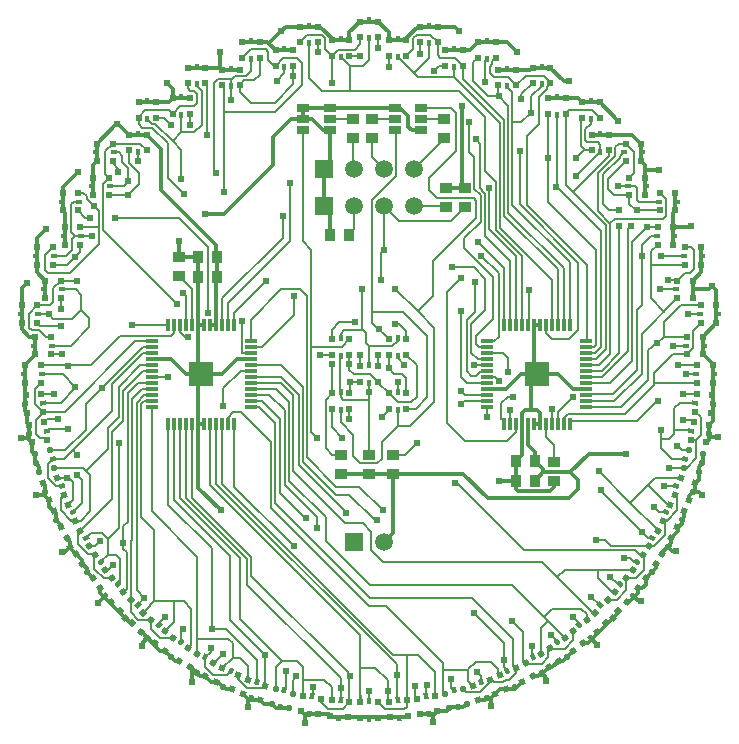
<source format=gtl>
G04 Layer_Physical_Order=1*
G04 Layer_Color=255*
%FSLAX25Y25*%
%MOIN*%
G70*
G01*
G75*
%ADD10R,0.03937X0.03543*%
%ADD11R,0.04134X0.02559*%
%ADD12R,0.03543X0.03937*%
%ADD13R,0.01200X0.04000*%
%ADD14R,0.04000X0.01200*%
%ADD15R,0.07874X0.07874*%
%ADD16R,0.01969X0.01969*%
%ADD17R,0.01575X0.01969*%
%ADD18R,0.01969X0.01969*%
%ADD19R,0.01969X0.01575*%
%ADD20P,0.02784X4X320.0*%
G04:AMPARAMS|DCode=21|XSize=15.75mil|YSize=19.69mil|CornerRadius=0mil|HoleSize=0mil|Usage=FLASHONLY|Rotation=275.000|XOffset=0mil|YOffset=0mil|HoleType=Round|Shape=Rectangle|*
%AMROTATEDRECTD21*
4,1,4,-0.01049,0.00699,0.00912,0.00870,0.01049,-0.00699,-0.00912,-0.00870,-0.01049,0.00699,0.0*
%
%ADD21ROTATEDRECTD21*%

%ADD22P,0.02784X4X335.0*%
G04:AMPARAMS|DCode=23|XSize=15.75mil|YSize=19.69mil|CornerRadius=0mil|HoleSize=0mil|Usage=FLASHONLY|Rotation=290.000|XOffset=0mil|YOffset=0mil|HoleType=Round|Shape=Rectangle|*
%AMROTATEDRECTD23*
4,1,4,-0.01194,0.00403,0.00656,0.01077,0.01194,-0.00403,-0.00656,-0.01077,-0.01194,0.00403,0.0*
%
%ADD23ROTATEDRECTD23*%

%ADD24P,0.02784X4X350.0*%
G04:AMPARAMS|DCode=25|XSize=15.75mil|YSize=19.69mil|CornerRadius=0mil|HoleSize=0mil|Usage=FLASHONLY|Rotation=305.000|XOffset=0mil|YOffset=0mil|HoleType=Round|Shape=Rectangle|*
%AMROTATEDRECTD25*
4,1,4,-0.01258,0.00081,0.00355,0.01210,0.01258,-0.00081,-0.00355,-0.01210,-0.01258,0.00081,0.0*
%
%ADD25ROTATEDRECTD25*%

%ADD26P,0.02784X4X365.0*%
G04:AMPARAMS|DCode=27|XSize=15.75mil|YSize=19.69mil|CornerRadius=0mil|HoleSize=0mil|Usage=FLASHONLY|Rotation=320.000|XOffset=0mil|YOffset=0mil|HoleType=Round|Shape=Rectangle|*
%AMROTATEDRECTD27*
4,1,4,-0.01236,-0.00248,0.00030,0.01260,0.01236,0.00248,-0.00030,-0.01260,-0.01236,-0.00248,0.0*
%
%ADD27ROTATEDRECTD27*%

%ADD28P,0.02784X4X380.0*%
G04:AMPARAMS|DCode=29|XSize=15.75mil|YSize=19.69mil|CornerRadius=0mil|HoleSize=0mil|Usage=FLASHONLY|Rotation=335.000|XOffset=0mil|YOffset=0mil|HoleType=Round|Shape=Rectangle|*
%AMROTATEDRECTD29*
4,1,4,-0.01130,-0.00559,-0.00298,0.01225,0.01130,0.00559,0.00298,-0.01225,-0.01130,-0.00559,0.0*
%
%ADD29ROTATEDRECTD29*%

%ADD30P,0.02784X4X395.0*%
G04:AMPARAMS|DCode=31|XSize=15.75mil|YSize=19.69mil|CornerRadius=0mil|HoleSize=0mil|Usage=FLASHONLY|Rotation=350.000|XOffset=0mil|YOffset=0mil|HoleType=Round|Shape=Rectangle|*
%AMROTATEDRECTD31*
4,1,4,-0.00946,-0.00833,-0.00605,0.01106,0.00946,0.00833,0.00605,-0.01106,-0.00946,-0.00833,0.0*
%
%ADD31ROTATEDRECTD31*%

%ADD32P,0.02784X4X50.0*%
G04:AMPARAMS|DCode=33|XSize=15.75mil|YSize=19.69mil|CornerRadius=0mil|HoleSize=0mil|Usage=FLASHONLY|Rotation=5.000|XOffset=0mil|YOffset=0mil|HoleType=Round|Shape=Rectangle|*
%AMROTATEDRECTD33*
4,1,4,-0.00699,-0.01049,-0.00870,0.00912,0.00699,0.01049,0.00870,-0.00912,-0.00699,-0.01049,0.0*
%
%ADD33ROTATEDRECTD33*%

%ADD34P,0.02784X4X65.0*%
G04:AMPARAMS|DCode=35|XSize=15.75mil|YSize=19.69mil|CornerRadius=0mil|HoleSize=0mil|Usage=FLASHONLY|Rotation=20.000|XOffset=0mil|YOffset=0mil|HoleType=Round|Shape=Rectangle|*
%AMROTATEDRECTD35*
4,1,4,-0.00403,-0.01194,-0.01077,0.00656,0.00403,0.01194,0.01077,-0.00656,-0.00403,-0.01194,0.0*
%
%ADD35ROTATEDRECTD35*%

%ADD36P,0.02784X4X80.0*%
G04:AMPARAMS|DCode=37|XSize=15.75mil|YSize=19.69mil|CornerRadius=0mil|HoleSize=0mil|Usage=FLASHONLY|Rotation=35.000|XOffset=0mil|YOffset=0mil|HoleType=Round|Shape=Rectangle|*
%AMROTATEDRECTD37*
4,1,4,-0.00081,-0.01258,-0.01210,0.00355,0.00081,0.01258,0.01210,-0.00355,-0.00081,-0.01258,0.0*
%
%ADD37ROTATEDRECTD37*%

%ADD38P,0.02784X4X95.0*%
G04:AMPARAMS|DCode=39|XSize=15.75mil|YSize=19.69mil|CornerRadius=0mil|HoleSize=0mil|Usage=FLASHONLY|Rotation=50.000|XOffset=0mil|YOffset=0mil|HoleType=Round|Shape=Rectangle|*
%AMROTATEDRECTD39*
4,1,4,0.00248,-0.01236,-0.01260,0.00030,-0.00248,0.01236,0.01260,-0.00030,0.00248,-0.01236,0.0*
%
%ADD39ROTATEDRECTD39*%

%ADD40P,0.02784X4X110.0*%
G04:AMPARAMS|DCode=41|XSize=15.75mil|YSize=19.69mil|CornerRadius=0mil|HoleSize=0mil|Usage=FLASHONLY|Rotation=65.000|XOffset=0mil|YOffset=0mil|HoleType=Round|Shape=Rectangle|*
%AMROTATEDRECTD41*
4,1,4,0.00559,-0.01130,-0.01225,-0.00298,-0.00559,0.01130,0.01225,0.00298,0.00559,-0.01130,0.0*
%
%ADD41ROTATEDRECTD41*%

%ADD42P,0.02784X4X125.0*%
G04:AMPARAMS|DCode=43|XSize=15.75mil|YSize=19.69mil|CornerRadius=0mil|HoleSize=0mil|Usage=FLASHONLY|Rotation=80.000|XOffset=0mil|YOffset=0mil|HoleType=Round|Shape=Rectangle|*
%AMROTATEDRECTD43*
4,1,4,0.00833,-0.00946,-0.01106,-0.00605,-0.00833,0.00946,0.01106,0.00605,0.00833,-0.00946,0.0*
%
%ADD43ROTATEDRECTD43*%

%ADD44P,0.02784X4X330.0*%
G04:AMPARAMS|DCode=45|XSize=15.75mil|YSize=19.69mil|CornerRadius=0mil|HoleSize=0mil|Usage=FLASHONLY|Rotation=285.000|XOffset=0mil|YOffset=0mil|HoleType=Round|Shape=Rectangle|*
%AMROTATEDRECTD45*
4,1,4,-0.01155,0.00506,0.00747,0.01015,0.01155,-0.00506,-0.00747,-0.01015,-0.01155,0.00506,0.0*
%
%ADD45ROTATEDRECTD45*%

%ADD46P,0.02784X4X345.0*%
G04:AMPARAMS|DCode=47|XSize=15.75mil|YSize=19.69mil|CornerRadius=0mil|HoleSize=0mil|Usage=FLASHONLY|Rotation=300.000|XOffset=0mil|YOffset=0mil|HoleType=Round|Shape=Rectangle|*
%AMROTATEDRECTD47*
4,1,4,-0.01246,0.00190,0.00459,0.01174,0.01246,-0.00190,-0.00459,-0.01174,-0.01246,0.00190,0.0*
%
%ADD47ROTATEDRECTD47*%

%ADD48P,0.02784X4X360.0*%
G04:AMPARAMS|DCode=49|XSize=15.75mil|YSize=19.69mil|CornerRadius=0mil|HoleSize=0mil|Usage=FLASHONLY|Rotation=315.000|XOffset=0mil|YOffset=0mil|HoleType=Round|Shape=Rectangle|*
%AMROTATEDRECTD49*
4,1,4,-0.01253,-0.00139,0.00139,0.01253,0.01253,0.00139,-0.00139,-0.01253,-0.01253,-0.00139,0.0*
%
%ADD49ROTATEDRECTD49*%

%ADD50P,0.02784X4X375.0*%
G04:AMPARAMS|DCode=51|XSize=15.75mil|YSize=19.69mil|CornerRadius=0mil|HoleSize=0mil|Usage=FLASHONLY|Rotation=330.000|XOffset=0mil|YOffset=0mil|HoleType=Round|Shape=Rectangle|*
%AMROTATEDRECTD51*
4,1,4,-0.01174,-0.00459,-0.00190,0.01246,0.01174,0.00459,0.00190,-0.01246,-0.01174,-0.00459,0.0*
%
%ADD51ROTATEDRECTD51*%

%ADD52P,0.02784X4X390.0*%
G04:AMPARAMS|DCode=53|XSize=15.75mil|YSize=19.69mil|CornerRadius=0mil|HoleSize=0mil|Usage=FLASHONLY|Rotation=345.000|XOffset=0mil|YOffset=0mil|HoleType=Round|Shape=Rectangle|*
%AMROTATEDRECTD53*
4,1,4,-0.01015,-0.00747,-0.00506,0.01155,0.01015,0.00747,0.00506,-0.01155,-0.01015,-0.00747,0.0*
%
%ADD53ROTATEDRECTD53*%

%ADD54P,0.02784X4X60.0*%
G04:AMPARAMS|DCode=55|XSize=15.75mil|YSize=19.69mil|CornerRadius=0mil|HoleSize=0mil|Usage=FLASHONLY|Rotation=15.000|XOffset=0mil|YOffset=0mil|HoleType=Round|Shape=Rectangle|*
%AMROTATEDRECTD55*
4,1,4,-0.00506,-0.01155,-0.01015,0.00747,0.00506,0.01155,0.01015,-0.00747,-0.00506,-0.01155,0.0*
%
%ADD55ROTATEDRECTD55*%

%ADD56P,0.02784X4X75.0*%
G04:AMPARAMS|DCode=57|XSize=15.75mil|YSize=19.69mil|CornerRadius=0mil|HoleSize=0mil|Usage=FLASHONLY|Rotation=30.000|XOffset=0mil|YOffset=0mil|HoleType=Round|Shape=Rectangle|*
%AMROTATEDRECTD57*
4,1,4,-0.00190,-0.01246,-0.01174,0.00459,0.00190,0.01246,0.01174,-0.00459,-0.00190,-0.01246,0.0*
%
%ADD57ROTATEDRECTD57*%

%ADD58P,0.02784X4X90.0*%
G04:AMPARAMS|DCode=59|XSize=15.75mil|YSize=19.69mil|CornerRadius=0mil|HoleSize=0mil|Usage=FLASHONLY|Rotation=45.000|XOffset=0mil|YOffset=0mil|HoleType=Round|Shape=Rectangle|*
%AMROTATEDRECTD59*
4,1,4,0.00139,-0.01253,-0.01253,0.00139,-0.00139,0.01253,0.01253,-0.00139,0.00139,-0.01253,0.0*
%
%ADD59ROTATEDRECTD59*%

%ADD60P,0.02784X4X105.0*%
G04:AMPARAMS|DCode=61|XSize=15.75mil|YSize=19.69mil|CornerRadius=0mil|HoleSize=0mil|Usage=FLASHONLY|Rotation=60.000|XOffset=0mil|YOffset=0mil|HoleType=Round|Shape=Rectangle|*
%AMROTATEDRECTD61*
4,1,4,0.00459,-0.01174,-0.01246,-0.00190,-0.00459,0.01174,0.01246,0.00190,0.00459,-0.01174,0.0*
%
%ADD61ROTATEDRECTD61*%

%ADD62P,0.02784X4X120.0*%
G04:AMPARAMS|DCode=63|XSize=15.75mil|YSize=19.69mil|CornerRadius=0mil|HoleSize=0mil|Usage=FLASHONLY|Rotation=75.000|XOffset=0mil|YOffset=0mil|HoleType=Round|Shape=Rectangle|*
%AMROTATEDRECTD63*
4,1,4,0.00747,-0.01015,-0.01155,-0.00506,-0.00747,0.01015,0.01155,0.00506,0.00747,-0.01015,0.0*
%
%ADD63ROTATEDRECTD63*%

%ADD64P,0.02784X4X130.0*%
G04:AMPARAMS|DCode=65|XSize=15.75mil|YSize=19.69mil|CornerRadius=0mil|HoleSize=0mil|Usage=FLASHONLY|Rotation=85.000|XOffset=0mil|YOffset=0mil|HoleType=Round|Shape=Rectangle|*
%AMROTATEDRECTD65*
4,1,4,0.00912,-0.00870,-0.01049,-0.00699,-0.00912,0.00870,0.01049,0.00699,0.00912,-0.00870,0.0*
%
%ADD65ROTATEDRECTD65*%

%ADD66P,0.02784X4X115.0*%
G04:AMPARAMS|DCode=67|XSize=15.75mil|YSize=19.69mil|CornerRadius=0mil|HoleSize=0mil|Usage=FLASHONLY|Rotation=70.000|XOffset=0mil|YOffset=0mil|HoleType=Round|Shape=Rectangle|*
%AMROTATEDRECTD67*
4,1,4,0.00656,-0.01077,-0.01194,-0.00403,-0.00656,0.01077,0.01194,0.00403,0.00656,-0.01077,0.0*
%
%ADD67ROTATEDRECTD67*%

%ADD68P,0.02784X4X100.0*%
G04:AMPARAMS|DCode=69|XSize=15.75mil|YSize=19.69mil|CornerRadius=0mil|HoleSize=0mil|Usage=FLASHONLY|Rotation=55.000|XOffset=0mil|YOffset=0mil|HoleType=Round|Shape=Rectangle|*
%AMROTATEDRECTD69*
4,1,4,0.00355,-0.01210,-0.01258,-0.00081,-0.00355,0.01210,0.01258,0.00081,0.00355,-0.01210,0.0*
%
%ADD69ROTATEDRECTD69*%

%ADD70P,0.02784X4X85.0*%
G04:AMPARAMS|DCode=71|XSize=15.75mil|YSize=19.69mil|CornerRadius=0mil|HoleSize=0mil|Usage=FLASHONLY|Rotation=40.000|XOffset=0mil|YOffset=0mil|HoleType=Round|Shape=Rectangle|*
%AMROTATEDRECTD71*
4,1,4,0.00030,-0.01260,-0.01236,0.00248,-0.00030,0.01260,0.01236,-0.00248,0.00030,-0.01260,0.0*
%
%ADD71ROTATEDRECTD71*%

%ADD72P,0.02784X4X70.0*%
G04:AMPARAMS|DCode=73|XSize=15.75mil|YSize=19.69mil|CornerRadius=0mil|HoleSize=0mil|Usage=FLASHONLY|Rotation=25.000|XOffset=0mil|YOffset=0mil|HoleType=Round|Shape=Rectangle|*
%AMROTATEDRECTD73*
4,1,4,-0.00298,-0.01225,-0.01130,0.00559,0.00298,0.01225,0.01130,-0.00559,-0.00298,-0.01225,0.0*
%
%ADD73ROTATEDRECTD73*%

%ADD74P,0.02784X4X55.0*%
G04:AMPARAMS|DCode=75|XSize=15.75mil|YSize=19.69mil|CornerRadius=0mil|HoleSize=0mil|Usage=FLASHONLY|Rotation=10.000|XOffset=0mil|YOffset=0mil|HoleType=Round|Shape=Rectangle|*
%AMROTATEDRECTD75*
4,1,4,-0.00605,-0.01106,-0.00946,0.00833,0.00605,0.01106,0.00946,-0.00833,-0.00605,-0.01106,0.0*
%
%ADD75ROTATEDRECTD75*%

%ADD76P,0.02784X4X400.0*%
G04:AMPARAMS|DCode=77|XSize=15.75mil|YSize=19.69mil|CornerRadius=0mil|HoleSize=0mil|Usage=FLASHONLY|Rotation=355.000|XOffset=0mil|YOffset=0mil|HoleType=Round|Shape=Rectangle|*
%AMROTATEDRECTD77*
4,1,4,-0.00870,-0.00912,-0.00699,0.01049,0.00870,0.00912,0.00699,-0.01049,-0.00870,-0.00912,0.0*
%
%ADD77ROTATEDRECTD77*%

%ADD78P,0.02784X4X385.0*%
G04:AMPARAMS|DCode=79|XSize=15.75mil|YSize=19.69mil|CornerRadius=0mil|HoleSize=0mil|Usage=FLASHONLY|Rotation=340.000|XOffset=0mil|YOffset=0mil|HoleType=Round|Shape=Rectangle|*
%AMROTATEDRECTD79*
4,1,4,-0.01077,-0.00656,-0.00403,0.01194,0.01077,0.00656,0.00403,-0.01194,-0.01077,-0.00656,0.0*
%
%ADD79ROTATEDRECTD79*%

%ADD80P,0.02784X4X370.0*%
G04:AMPARAMS|DCode=81|XSize=15.75mil|YSize=19.69mil|CornerRadius=0mil|HoleSize=0mil|Usage=FLASHONLY|Rotation=325.000|XOffset=0mil|YOffset=0mil|HoleType=Round|Shape=Rectangle|*
%AMROTATEDRECTD81*
4,1,4,-0.01210,-0.00355,-0.00081,0.01258,0.01210,0.00355,0.00081,-0.01258,-0.01210,-0.00355,0.0*
%
%ADD81ROTATEDRECTD81*%

%ADD82P,0.02784X4X355.0*%
G04:AMPARAMS|DCode=83|XSize=15.75mil|YSize=19.69mil|CornerRadius=0mil|HoleSize=0mil|Usage=FLASHONLY|Rotation=310.000|XOffset=0mil|YOffset=0mil|HoleType=Round|Shape=Rectangle|*
%AMROTATEDRECTD83*
4,1,4,-0.01260,-0.00030,0.00248,0.01236,0.01260,0.00030,-0.00248,-0.01236,-0.01260,-0.00030,0.0*
%
%ADD83ROTATEDRECTD83*%

%ADD84P,0.02784X4X340.0*%
G04:AMPARAMS|DCode=85|XSize=15.75mil|YSize=19.69mil|CornerRadius=0mil|HoleSize=0mil|Usage=FLASHONLY|Rotation=295.000|XOffset=0mil|YOffset=0mil|HoleType=Round|Shape=Rectangle|*
%AMROTATEDRECTD85*
4,1,4,-0.01225,0.00298,0.00559,0.01130,0.01225,-0.00298,-0.00559,-0.01130,-0.01225,0.00298,0.0*
%
%ADD85ROTATEDRECTD85*%

%ADD86P,0.02784X4X325.0*%
G04:AMPARAMS|DCode=87|XSize=15.75mil|YSize=19.69mil|CornerRadius=0mil|HoleSize=0mil|Usage=FLASHONLY|Rotation=280.000|XOffset=0mil|YOffset=0mil|HoleType=Round|Shape=Rectangle|*
%AMROTATEDRECTD87*
4,1,4,-0.01106,0.00605,0.00833,0.00946,0.01106,-0.00605,-0.00833,-0.00946,-0.01106,0.00605,0.0*
%
%ADD87ROTATEDRECTD87*%

%ADD88C,0.01200*%
%ADD89C,0.00800*%
%ADD90R,0.05984X0.05984*%
%ADD91C,0.05984*%
%ADD92C,0.02400*%
D10*
X1000Y85150D02*
D03*
Y78850D02*
D03*
X-5500Y85150D02*
D03*
Y78850D02*
D03*
X25000Y85150D02*
D03*
Y78850D02*
D03*
X32000Y55850D02*
D03*
Y62150D02*
D03*
X25500Y55850D02*
D03*
Y62150D02*
D03*
X-63500Y32850D02*
D03*
Y39150D02*
D03*
X8000Y-26850D02*
D03*
Y-33150D02*
D03*
X0Y-26850D02*
D03*
Y-33150D02*
D03*
X-9500Y-26850D02*
D03*
Y-33150D02*
D03*
X61500Y-29350D02*
D03*
Y-35650D02*
D03*
D11*
X-13071Y81260D02*
D03*
Y85000D02*
D03*
Y88740D02*
D03*
X-21929D02*
D03*
Y85000D02*
D03*
Y81260D02*
D03*
X17429D02*
D03*
Y85000D02*
D03*
Y88740D02*
D03*
X8571D02*
D03*
Y85000D02*
D03*
Y81260D02*
D03*
D12*
X-13150Y46500D02*
D03*
X-6850D02*
D03*
X-57150Y39000D02*
D03*
X-50850D02*
D03*
X-57150Y32500D02*
D03*
X-50850D02*
D03*
X48850Y-29000D02*
D03*
X55150D02*
D03*
X48850Y-35500D02*
D03*
X55150D02*
D03*
D13*
X-66906Y16500D02*
D03*
X-64906D02*
D03*
X-62906D02*
D03*
X-60906D02*
D03*
X-58906D02*
D03*
X-56906D02*
D03*
X-54906D02*
D03*
X-52906D02*
D03*
X-50906D02*
D03*
X-48906D02*
D03*
X-46906D02*
D03*
X-44906D02*
D03*
Y-16500D02*
D03*
X-46906D02*
D03*
X-48906D02*
D03*
X-50906D02*
D03*
X-52906D02*
D03*
X-54906D02*
D03*
X-56906D02*
D03*
X-58906D02*
D03*
X-60906D02*
D03*
X-62906D02*
D03*
X-64906D02*
D03*
X-66906D02*
D03*
X66906D02*
D03*
X64906D02*
D03*
X62906D02*
D03*
X60906D02*
D03*
X58906D02*
D03*
X56906D02*
D03*
X54906D02*
D03*
X52906D02*
D03*
X50906D02*
D03*
X48906D02*
D03*
X46906D02*
D03*
X44906D02*
D03*
Y16500D02*
D03*
X46906D02*
D03*
X48906D02*
D03*
X50906D02*
D03*
X52906D02*
D03*
X54906D02*
D03*
X56906D02*
D03*
X58906D02*
D03*
X60906D02*
D03*
X62906D02*
D03*
X64906D02*
D03*
X66906D02*
D03*
D14*
X-39406Y11000D02*
D03*
Y9000D02*
D03*
Y7000D02*
D03*
Y5000D02*
D03*
Y3000D02*
D03*
Y1000D02*
D03*
Y-1000D02*
D03*
Y-3000D02*
D03*
Y-5000D02*
D03*
Y-7000D02*
D03*
Y-9000D02*
D03*
Y-11000D02*
D03*
X-72406D02*
D03*
Y-9000D02*
D03*
Y-7000D02*
D03*
Y-5000D02*
D03*
Y-3000D02*
D03*
Y-1000D02*
D03*
Y1000D02*
D03*
Y3000D02*
D03*
Y5000D02*
D03*
Y7000D02*
D03*
Y9000D02*
D03*
Y11000D02*
D03*
X39406Y-11000D02*
D03*
Y-9000D02*
D03*
Y-7000D02*
D03*
Y-5000D02*
D03*
Y-3000D02*
D03*
Y-1000D02*
D03*
Y1000D02*
D03*
Y3000D02*
D03*
Y5000D02*
D03*
Y7000D02*
D03*
Y9000D02*
D03*
Y11000D02*
D03*
X72406D02*
D03*
Y9000D02*
D03*
Y7000D02*
D03*
Y5000D02*
D03*
Y3000D02*
D03*
Y1000D02*
D03*
Y-1000D02*
D03*
Y-3000D02*
D03*
Y-5000D02*
D03*
Y-7000D02*
D03*
Y-9000D02*
D03*
Y-11000D02*
D03*
D15*
X-55906Y0D02*
D03*
X55906D02*
D03*
D16*
X-12453Y11559D02*
D03*
X-6547D02*
D03*
X-12453Y6441D02*
D03*
X-6547D02*
D03*
X6547Y11559D02*
D03*
X12453D02*
D03*
X6547Y6441D02*
D03*
X12453D02*
D03*
X-2953Y2559D02*
D03*
X2953D02*
D03*
X-2953Y-2559D02*
D03*
X2953D02*
D03*
X-6547Y-11559D02*
D03*
X-12453D02*
D03*
X-6547Y-6441D02*
D03*
X-12453D02*
D03*
X12453Y-11559D02*
D03*
X6547D02*
D03*
X12453Y-6441D02*
D03*
X6547D02*
D03*
X-6552Y106081D02*
D03*
X-12458D02*
D03*
X-6552Y111199D02*
D03*
X-12457D02*
D03*
X-36366Y105468D02*
D03*
X-42272Y105469D02*
D03*
X-36366Y110587D02*
D03*
X-42272D02*
D03*
X-59599Y86774D02*
D03*
X-65504Y86774D02*
D03*
X-59599Y91892D02*
D03*
X-65504D02*
D03*
X76848Y85506D02*
D03*
X70942Y85506D02*
D03*
X76848Y90624D02*
D03*
X70943Y90624D02*
D03*
X49041Y96278D02*
D03*
X43136D02*
D03*
X49041Y101396D02*
D03*
X43136Y101397D02*
D03*
X22915Y110655D02*
D03*
X17010D02*
D03*
X22915Y115773D02*
D03*
X17010D02*
D03*
X-25273Y102780D02*
D03*
X-31178Y102780D02*
D03*
X-25273Y107898D02*
D03*
X-31178D02*
D03*
X-54528Y97000D02*
D03*
X-60433D02*
D03*
X-54527Y102118D02*
D03*
X-60433D02*
D03*
X-74161Y74555D02*
D03*
X-80066D02*
D03*
X-74161Y79673D02*
D03*
X-80066D02*
D03*
X-2953Y-109449D02*
D03*
X2953D02*
D03*
X-2953Y-114567D02*
D03*
X2953D02*
D03*
X80066Y74555D02*
D03*
X74161D02*
D03*
X80066Y79673D02*
D03*
X74161D02*
D03*
X60433Y97000D02*
D03*
X54528D02*
D03*
X60433Y102118D02*
D03*
X54528D02*
D03*
X31178Y102780D02*
D03*
X25273Y102780D02*
D03*
X31178Y107898D02*
D03*
X25273D02*
D03*
X2953Y112402D02*
D03*
X-2953D02*
D03*
X2953Y117520D02*
D03*
X-2953D02*
D03*
X12458Y106081D02*
D03*
X6552D02*
D03*
X12458Y111199D02*
D03*
X6552D02*
D03*
X42272Y105469D02*
D03*
X36366D02*
D03*
X42272Y110587D02*
D03*
X36366D02*
D03*
X65504Y86774D02*
D03*
X59599D02*
D03*
X65504Y91892D02*
D03*
X59599D02*
D03*
X-70942Y85506D02*
D03*
X-76848D02*
D03*
X-70943Y90624D02*
D03*
X-76848D02*
D03*
X-43136Y96278D02*
D03*
X-49041D02*
D03*
X-43136Y101397D02*
D03*
X-49041D02*
D03*
X-17010Y110655D02*
D03*
X-22915D02*
D03*
X-17010Y115773D02*
D03*
X-22915D02*
D03*
D17*
X-9500Y11953D02*
D03*
Y6047D02*
D03*
X9500Y11953D02*
D03*
Y6047D02*
D03*
X0Y2953D02*
D03*
Y-2953D02*
D03*
X-9500Y-11953D02*
D03*
Y-6047D02*
D03*
X9500Y-11953D02*
D03*
Y-6047D02*
D03*
X-9505Y105687D02*
D03*
Y111593D02*
D03*
X-39319Y105075D02*
D03*
Y110980D02*
D03*
X-62552Y86380D02*
D03*
X-62551Y92285D02*
D03*
X73895Y85112D02*
D03*
X73895Y91018D02*
D03*
X46089Y95885D02*
D03*
X46089Y101790D02*
D03*
X19963Y110261D02*
D03*
Y116167D02*
D03*
X-28226Y102386D02*
D03*
Y108292D02*
D03*
X-57480Y96606D02*
D03*
Y102512D02*
D03*
X-77114Y74161D02*
D03*
Y80066D02*
D03*
X0Y-109055D02*
D03*
Y-114961D02*
D03*
X77114Y74161D02*
D03*
Y80066D02*
D03*
X57480Y96606D02*
D03*
Y102512D02*
D03*
X28226Y102386D02*
D03*
Y108292D02*
D03*
X0Y112008D02*
D03*
Y117913D02*
D03*
X9505Y105687D02*
D03*
Y111593D02*
D03*
X39319Y105075D02*
D03*
Y110980D02*
D03*
X62551Y86380D02*
D03*
Y92285D02*
D03*
X-73895Y85112D02*
D03*
Y91018D02*
D03*
X-46089Y95885D02*
D03*
Y101790D02*
D03*
X-19963Y110261D02*
D03*
Y116167D02*
D03*
D18*
X-85506Y76848D02*
D03*
X-85506Y70942D02*
D03*
X-90624Y76848D02*
D03*
X-90624Y70943D02*
D03*
X-96278Y49041D02*
D03*
Y43136D02*
D03*
X-101396Y49041D02*
D03*
X-101397Y43136D02*
D03*
X-110655Y22915D02*
D03*
Y17010D02*
D03*
X-115773Y22915D02*
D03*
Y17010D02*
D03*
X106081Y6552D02*
D03*
Y12458D02*
D03*
X111199Y6552D02*
D03*
Y12457D02*
D03*
X105468Y36366D02*
D03*
X105469Y42272D02*
D03*
X110587Y36366D02*
D03*
Y42272D02*
D03*
X86774Y59599D02*
D03*
X86774Y65504D02*
D03*
X91892Y59599D02*
D03*
Y65504D02*
D03*
X-97000Y60433D02*
D03*
Y54528D02*
D03*
X-102118Y60433D02*
D03*
Y54528D02*
D03*
X-102780Y31178D02*
D03*
Y25273D02*
D03*
X-107898Y31178D02*
D03*
Y25273D02*
D03*
X-109449Y2953D02*
D03*
Y-2953D02*
D03*
X-114567Y2953D02*
D03*
Y-2953D02*
D03*
X109449D02*
D03*
Y2953D02*
D03*
X114567Y-2953D02*
D03*
Y2953D02*
D03*
X102780Y25273D02*
D03*
X102780Y31178D02*
D03*
X107898Y25273D02*
D03*
Y31178D02*
D03*
X97000Y54528D02*
D03*
Y60433D02*
D03*
X102118Y54528D02*
D03*
Y60433D02*
D03*
X85506Y70943D02*
D03*
Y76848D02*
D03*
X90624Y70943D02*
D03*
Y76848D02*
D03*
X96278Y43136D02*
D03*
Y49041D02*
D03*
X101397Y43136D02*
D03*
Y49041D02*
D03*
X110655Y17010D02*
D03*
Y22915D02*
D03*
X115773Y17010D02*
D03*
Y22915D02*
D03*
X-106081Y12458D02*
D03*
Y6552D02*
D03*
X-111199Y12458D02*
D03*
Y6552D02*
D03*
X-105469Y42272D02*
D03*
Y36366D02*
D03*
X-110587Y42272D02*
D03*
Y36366D02*
D03*
X-86774Y65504D02*
D03*
Y59599D02*
D03*
X-91892Y65504D02*
D03*
Y59599D02*
D03*
D19*
X-85112Y73895D02*
D03*
X-91018Y73895D02*
D03*
X-95885Y46089D02*
D03*
X-101790Y46089D02*
D03*
X-110261Y19963D02*
D03*
X-116167D02*
D03*
X105687Y9505D02*
D03*
X111593D02*
D03*
X105075Y39319D02*
D03*
X110980Y39319D02*
D03*
X86380Y62552D02*
D03*
X92285Y62551D02*
D03*
X-96606Y57480D02*
D03*
X-102512D02*
D03*
X-102386Y28226D02*
D03*
X-108292D02*
D03*
X-109055Y0D02*
D03*
X-114961D02*
D03*
X109055D02*
D03*
X114961D02*
D03*
X102386Y28226D02*
D03*
X108292D02*
D03*
X96606Y57480D02*
D03*
X102512D02*
D03*
X85112Y73895D02*
D03*
X91018D02*
D03*
X95885Y46089D02*
D03*
X101790D02*
D03*
X110261Y19963D02*
D03*
X116167D02*
D03*
X-105687Y9505D02*
D03*
X-111593D02*
D03*
X-105075Y39319D02*
D03*
X-110980D02*
D03*
X-86380Y62551D02*
D03*
X-92285D02*
D03*
D20*
X-109290Y-6598D02*
D03*
X-108775Y-12481D02*
D03*
X-114388Y-7044D02*
D03*
X-113874Y-12927D02*
D03*
D21*
X-108640Y-9505D02*
D03*
X-114523Y-10019D02*
D03*
D22*
X-103858Y-34659D02*
D03*
X-101838Y-40208D02*
D03*
X-108668Y-36409D02*
D03*
X-106648Y-41959D02*
D03*
D23*
X-102478Y-37299D02*
D03*
X-108028Y-39319D02*
D03*
D24*
X-91349Y-60358D02*
D03*
X-87962Y-65196D02*
D03*
X-95541Y-63294D02*
D03*
X-92154Y-68132D02*
D03*
D25*
X-89333Y-62551D02*
D03*
X-94170Y-65939D02*
D03*
D26*
X-72614Y-81945D02*
D03*
X-68090Y-85741D02*
D03*
X-75904Y-85865D02*
D03*
X-71380Y-89661D02*
D03*
D27*
X-70099Y-83541D02*
D03*
X-73895Y-88065D02*
D03*
D28*
X-48931Y-97946D02*
D03*
X-43579Y-100442D02*
D03*
X-51094Y-102585D02*
D03*
X-45742Y-105081D02*
D03*
D29*
X-46089Y-98838D02*
D03*
X-48585Y-104190D02*
D03*
D30*
X-21913Y-107273D02*
D03*
X-16098Y-108299D02*
D03*
X-22802Y-112314D02*
D03*
X-16986Y-113339D02*
D03*
D31*
X-18937Y-107398D02*
D03*
X-19963Y-113214D02*
D03*
D32*
X6598Y-109290D02*
D03*
X12481Y-108775D02*
D03*
X7044Y-114388D02*
D03*
X12927Y-113874D02*
D03*
D33*
X9505Y-108640D02*
D03*
X10020Y-114523D02*
D03*
D34*
X34659Y-103858D02*
D03*
X40208Y-101838D02*
D03*
X36409Y-108668D02*
D03*
X41959Y-106648D02*
D03*
D35*
X37299Y-102478D02*
D03*
X39319Y-108028D02*
D03*
D36*
X60358Y-91349D02*
D03*
X65196Y-87962D02*
D03*
X63294Y-95541D02*
D03*
X68132Y-92154D02*
D03*
D37*
X62552Y-89333D02*
D03*
X65939Y-94170D02*
D03*
D38*
X81945Y-72614D02*
D03*
X85741Y-68090D02*
D03*
X85865Y-75904D02*
D03*
X89661Y-71380D02*
D03*
D39*
X83541Y-70099D02*
D03*
X88065Y-73895D02*
D03*
D40*
X97946Y-48931D02*
D03*
X100442Y-43579D02*
D03*
X102585Y-51094D02*
D03*
X105081Y-45742D02*
D03*
D41*
X98838Y-46089D02*
D03*
X104190Y-48585D02*
D03*
D42*
X107273Y-21913D02*
D03*
X108299Y-16098D02*
D03*
X112314Y-22802D02*
D03*
X113339Y-16986D02*
D03*
D43*
X107398Y-18937D02*
D03*
X113214Y-19963D02*
D03*
D44*
X-106484Y-25475D02*
D03*
X-104955Y-31180D02*
D03*
X-111427Y-26800D02*
D03*
X-109899Y-32504D02*
D03*
D45*
X-105339Y-28226D02*
D03*
X-111043Y-29754D02*
D03*
D46*
X-96262Y-52167D02*
D03*
X-93309Y-57282D02*
D03*
X-100694Y-54726D02*
D03*
X-97741Y-59841D02*
D03*
D47*
X-94444Y-54528D02*
D03*
X-99559Y-57480D02*
D03*
D48*
X-79480Y-75304D02*
D03*
X-75304Y-79480D02*
D03*
X-83099Y-78923D02*
D03*
X-78923Y-83099D02*
D03*
D49*
X-77114Y-77114D02*
D03*
X-81289Y-81289D02*
D03*
D50*
X-57282Y-93309D02*
D03*
X-52167Y-96262D02*
D03*
X-59841Y-97741D02*
D03*
X-54726Y-100694D02*
D03*
D51*
X-54528Y-94444D02*
D03*
X-57480Y-99559D02*
D03*
D52*
X-31180Y-104955D02*
D03*
X-25475Y-106484D02*
D03*
X-32504Y-109899D02*
D03*
X-26800Y-111427D02*
D03*
D53*
X-28226Y-105339D02*
D03*
X-29754Y-111043D02*
D03*
D54*
X25475Y-106484D02*
D03*
X31180Y-104955D02*
D03*
X26800Y-111427D02*
D03*
X32504Y-109899D02*
D03*
D55*
X28226Y-105339D02*
D03*
X29754Y-111043D02*
D03*
D56*
X52167Y-96262D02*
D03*
X57282Y-93309D02*
D03*
X54726Y-100694D02*
D03*
X59841Y-97741D02*
D03*
D57*
X54528Y-94444D02*
D03*
X57480Y-99559D02*
D03*
D58*
X75304Y-79480D02*
D03*
X79480Y-75304D02*
D03*
X78923Y-83099D02*
D03*
X83099Y-78923D02*
D03*
D59*
X77114Y-77114D02*
D03*
X81289Y-81289D02*
D03*
D60*
X93309Y-57282D02*
D03*
X96262Y-52167D02*
D03*
X97741Y-59841D02*
D03*
X100694Y-54726D02*
D03*
D61*
X94444Y-54528D02*
D03*
X99559Y-57480D02*
D03*
D62*
X104955Y-31180D02*
D03*
X106484Y-25475D02*
D03*
X109899Y-32504D02*
D03*
X111427Y-26800D02*
D03*
D63*
X105339Y-28226D02*
D03*
X111043Y-29754D02*
D03*
D64*
X108775Y-12481D02*
D03*
X109290Y-6598D02*
D03*
X113874Y-12927D02*
D03*
X114388Y-7044D02*
D03*
D65*
X108640Y-9505D02*
D03*
X114523Y-10019D02*
D03*
D66*
X101838Y-40208D02*
D03*
X103858Y-34659D02*
D03*
X106648Y-41959D02*
D03*
X108668Y-36410D02*
D03*
D67*
X102478Y-37299D02*
D03*
X108028Y-39319D02*
D03*
D68*
X87962Y-65196D02*
D03*
X91349Y-60358D02*
D03*
X92154Y-68132D02*
D03*
X95541Y-63294D02*
D03*
D69*
X89333Y-62551D02*
D03*
X94170Y-65939D02*
D03*
D70*
X68090Y-85741D02*
D03*
X72614Y-81945D02*
D03*
X71380Y-89661D02*
D03*
X75904Y-85865D02*
D03*
D71*
X70099Y-83541D02*
D03*
X73895Y-88065D02*
D03*
D72*
X43579Y-100442D02*
D03*
X48931Y-97946D02*
D03*
X45742Y-105081D02*
D03*
X51094Y-102585D02*
D03*
D73*
X46089Y-98837D02*
D03*
X48584Y-104190D02*
D03*
D74*
X16098Y-108299D02*
D03*
X21913Y-107273D02*
D03*
X16986Y-113339D02*
D03*
X22802Y-112314D02*
D03*
D75*
X18937Y-107398D02*
D03*
X19963Y-113214D02*
D03*
D76*
X-12481Y-108775D02*
D03*
X-6598Y-109290D02*
D03*
X-12927Y-113874D02*
D03*
X-7044Y-114388D02*
D03*
D77*
X-9505Y-108640D02*
D03*
X-10019Y-114523D02*
D03*
D78*
X-40208Y-101838D02*
D03*
X-34659Y-103858D02*
D03*
X-41959Y-106648D02*
D03*
X-36410Y-108668D02*
D03*
D79*
X-37299Y-102478D02*
D03*
X-39319Y-108028D02*
D03*
D80*
X-65196Y-87962D02*
D03*
X-60358Y-91349D02*
D03*
X-68132Y-92154D02*
D03*
X-63294Y-95541D02*
D03*
D81*
X-62551Y-89333D02*
D03*
X-65939Y-94170D02*
D03*
D82*
X-85741Y-68090D02*
D03*
X-81945Y-72614D02*
D03*
X-89661Y-71380D02*
D03*
X-85865Y-75904D02*
D03*
D83*
X-83541Y-70099D02*
D03*
X-88065Y-73895D02*
D03*
D84*
X-100442Y-43579D02*
D03*
X-97946Y-48931D02*
D03*
X-105081Y-45742D02*
D03*
X-102585Y-51094D02*
D03*
D85*
X-98837Y-46089D02*
D03*
X-104190Y-48584D02*
D03*
D86*
X-108299Y-16098D02*
D03*
X-107273Y-21913D02*
D03*
X-113339Y-16986D02*
D03*
X-112314Y-22802D02*
D03*
D87*
X-107398Y-18937D02*
D03*
X-113214Y-19963D02*
D03*
D88*
X-108028Y-40579D02*
Y-39319D01*
X-111000Y-40400D02*
X-108207D01*
X-105081Y-45742D02*
X-104190Y-46633D01*
X-106648Y-44175D02*
X-105081Y-45742D01*
X-108028Y-39319D02*
Y-37049D01*
Y-40579D02*
X-106648Y-41959D01*
Y-44175D02*
Y-41959D01*
X-104190Y-48584D02*
Y-46633D01*
Y-48584D02*
X-102585Y-50189D01*
Y-51094D02*
Y-50189D01*
X-101278Y-59200D02*
X-99559Y-57480D01*
X-102200Y-59200D02*
X-101278D01*
X-99559Y-57480D02*
Y-55862D01*
Y-58023D02*
Y-57480D01*
X-100694Y-54726D02*
X-99559Y-55862D01*
Y-58023D02*
X-95541Y-62041D01*
Y-63294D02*
Y-62041D01*
Y-63294D02*
X-94170Y-64665D01*
Y-65939D02*
Y-64665D01*
Y-65939D02*
X-92154Y-67955D01*
Y-68132D02*
Y-67955D01*
X-88289Y-74289D02*
X-81289Y-81289D01*
X-89661Y-72917D02*
X-88289Y-74289D01*
X-88065Y-74065D01*
X-90200Y-76200D02*
X-88289Y-74289D01*
X-81289Y-81289D02*
X-79480Y-83099D01*
X-89661Y-72917D02*
Y-71380D01*
X-79480Y-83099D02*
X-78923D01*
X-75835Y-85865D02*
X-69546Y-92154D01*
X-75700Y-89870D02*
X-73895Y-88065D01*
X-75700Y-90600D02*
Y-89870D01*
X-68132Y-92154D02*
X-67955D01*
X-69546D02*
X-68132D01*
X-67955D02*
X-65939Y-94170D01*
X-64568Y-95541D01*
X-63294D01*
X-58900Y-98139D02*
X-57480Y-99559D01*
X-58900Y-102500D02*
Y-98139D01*
X-51094Y-102585D02*
X-50189D01*
X-52835D02*
X-51094D01*
X-57480Y-99559D02*
X-56345Y-100694D01*
X-54726D01*
X-52835Y-102585D01*
X-50189D02*
X-48585Y-104190D01*
X-47694Y-105081D01*
X-45742D01*
X-30976Y-111427D02*
X-26800D01*
X-32504Y-109899D02*
X-30976Y-111427D01*
X-39319Y-108668D02*
X-36410D01*
X-39949Y-108658D02*
X-39319Y-108028D01*
X-40300Y-109009D02*
X-39949Y-108658D01*
X-41959Y-106648D02*
X-39949Y-108658D01*
X-40300Y-111000D02*
Y-109009D01*
X-36410Y-108668D02*
X-35178Y-109899D01*
X-32504D01*
X-21777Y-113339D02*
X-16986D01*
X-21300Y-116200D02*
Y-113816D01*
X-12927Y-113874D02*
X-12412Y-114388D01*
X-13461Y-113339D02*
X-12927Y-113874D01*
X-12412Y-114388D02*
X-7044D01*
X7044D01*
X12412D01*
X-22802Y-112314D02*
X-21777Y-113339D01*
X-16986D02*
X-13461D01*
X12412Y-114388D02*
X12927Y-113874D01*
X19963Y-113214D02*
X21902D01*
X21300Y-116100D02*
Y-113514D01*
X17111Y-113214D02*
X19963D01*
X26800Y-111427D02*
X27184Y-111043D01*
X25914Y-112314D02*
X26800Y-111427D01*
X16986Y-113339D02*
X17111Y-113214D01*
X21902D02*
X22802Y-112314D01*
X25914D01*
X27184Y-111043D02*
X29754D01*
X31360D01*
X32504Y-109899D01*
X38679Y-108668D02*
X39319Y-108028D01*
X36409Y-108668D02*
X38679D01*
X43526Y-105081D02*
X45742D01*
X41959Y-106648D02*
X43526Y-105081D01*
X40700Y-107907D02*
X41959Y-106648D01*
X40579Y-108028D02*
X40700Y-107907D01*
Y-110800D02*
Y-107907D01*
X45742Y-105081D02*
X48598D01*
X39319Y-108028D02*
X40579D01*
X48598Y-105081D02*
X51094Y-102585D01*
X57480Y-99559D02*
X59100Y-101178D01*
Y-102200D02*
Y-101178D01*
X54726Y-100694D02*
X56345D01*
X57480Y-99559D01*
X58023D01*
X59841Y-97741D01*
X61094D01*
X63294Y-95541D01*
X64568D01*
X65939Y-94170D01*
X67955Y-92154D01*
X68132D01*
X74204Y-88374D02*
X81289Y-81289D01*
X72917Y-89661D02*
X74204Y-88374D01*
X76100Y-90270D01*
X73895Y-88065D02*
X74204Y-88374D01*
X76100Y-90300D02*
Y-90270D01*
X81289Y-81289D02*
X83099Y-79480D01*
X71380Y-89661D02*
X72917D01*
X83099Y-79480D02*
Y-78923D01*
X88435Y-74265D02*
X89970Y-75800D01*
X88065Y-73895D02*
X88435Y-74265D01*
X89661Y-73039D01*
X86796Y-75904D02*
X88435Y-74265D01*
X89970Y-75800D02*
X90500D01*
X92154Y-68132D02*
Y-67955D01*
Y-70246D02*
Y-68132D01*
X85865Y-75904D02*
X86796D01*
X89661Y-73039D02*
Y-71380D01*
X91020D01*
X92154Y-70246D01*
Y-67955D02*
X94170Y-65939D01*
X95541Y-64568D01*
Y-63294D01*
X101078Y-59000D02*
X102200D01*
X99559Y-57480D02*
X101078Y-59000D01*
X103106Y-52315D02*
Y-51094D01*
X97741Y-59841D02*
Y-59298D01*
X99559Y-57480D01*
X100694Y-56345D01*
Y-54726D01*
X103106Y-52315D01*
Y-51094D02*
X104190Y-50010D01*
Y-48585D01*
X105081Y-47694D01*
Y-45742D01*
X106648Y-40699D02*
X108028Y-39319D01*
X106648Y-41959D02*
Y-40699D01*
X110019Y-39319D02*
X111000Y-40300D01*
X108028Y-39319D02*
X110019D01*
X108668Y-38679D02*
Y-36410D01*
X108028Y-39319D02*
X108668Y-38679D01*
X111043Y-29754D02*
X111427Y-29370D01*
X109899Y-30898D02*
X111043Y-29754D01*
X108668Y-36410D02*
X109899Y-35178D01*
Y-32504D01*
Y-30898D01*
X111427Y-29370D02*
Y-26800D01*
X113214Y-19963D02*
X114151Y-20900D01*
X116300D01*
X113214Y-19963D02*
Y-17111D01*
Y-21902D02*
Y-19963D01*
X113339Y-16986D02*
X114567Y-15759D01*
X113214Y-17111D02*
X113339Y-16986D01*
X114567Y2953D02*
Y3227D01*
Y-2953D02*
Y2953D01*
X111221Y6573D02*
X114567Y3227D01*
X111221Y6573D02*
Y12457D01*
X112314Y-22802D02*
X113214Y-21902D01*
X114567Y-15759D02*
Y-2953D01*
X111221Y12457D02*
X115773Y17010D01*
X107898Y25273D02*
Y31178D01*
X108292Y28226D02*
X113326D01*
X114400Y29300D01*
X110587Y36366D02*
Y42272D01*
X107898Y31178D02*
X110587Y33867D01*
Y36366D01*
X101397Y43136D02*
Y49041D01*
X107141D01*
X101397D02*
Y53806D01*
X102118Y54528D02*
Y60433D01*
X101397Y53806D02*
X102118Y54528D01*
X91892Y65504D02*
Y69675D01*
X91992Y68000D02*
X96700D01*
X91892Y59599D02*
Y65504D01*
X90624Y70943D02*
Y76848D01*
X74161Y79673D02*
X80066D01*
X90624Y70943D02*
X91892Y69675D01*
X87799Y79673D02*
X90624Y76848D01*
X80066Y79673D02*
X87799D01*
X70943Y90624D02*
X76848D01*
X59599Y91892D02*
X65504D01*
X76848Y90624D02*
X83000Y84472D01*
X69675Y91892D02*
X70943Y90624D01*
X65504Y91892D02*
X69675D01*
X54528Y102118D02*
X60433D01*
X43136Y101397D02*
X53806D01*
X64951Y97600D02*
X66800D01*
X60433Y102118D02*
X64951Y97600D01*
X53806Y101397D02*
X54528Y102118D01*
X36366Y110587D02*
X42272D01*
X25273Y107898D02*
X31178D01*
X46113Y110587D02*
X49200Y107500D01*
X42272Y110587D02*
X46113D01*
X33677Y107898D02*
X36366Y110587D01*
X31178Y107898D02*
X33677D01*
X17010Y115773D02*
X22915D01*
X16310D02*
X17010D01*
X6552Y111199D02*
X12458D01*
X-2953Y117520D02*
X2953D01*
X28527Y115773D02*
X30000Y114300D01*
X22915Y115773D02*
X28527D01*
X12458Y111920D02*
X16310Y115773D01*
X12458Y111199D02*
Y111920D01*
X6552Y111199D02*
Y113921D01*
X2953Y117520D02*
X6552Y113921D01*
X-6552D02*
X-2953Y117520D01*
X-6552Y111199D02*
Y113921D01*
X-50900Y39050D02*
Y42900D01*
X-69500Y61500D02*
X-50900Y42900D01*
X-69500Y61500D02*
Y75012D01*
X25500Y62150D02*
X32000D01*
X31000Y63150D02*
Y89400D01*
X-80066Y79673D02*
X-74161D01*
X-83594Y83200D02*
X-80066Y79673D01*
X-74161D02*
X-69500Y75012D01*
X-50900Y39050D02*
X-50850Y39000D01*
X73156Y-26600D02*
X85600D01*
X67078Y-32678D02*
X73156Y-26600D01*
X55150Y-29000D02*
X57950Y-31800D01*
Y-32700D02*
Y-31800D01*
X55150Y-35500D02*
X57950Y-32700D01*
X59012D01*
X59034Y-32678D01*
X67078D01*
X69700Y-35300D01*
Y-38300D02*
Y-35300D01*
X0Y-33150D02*
X8000D01*
X-9500D02*
X0D01*
X5000Y-55906D02*
X8000Y-52906D01*
Y-33150D01*
X54906Y1000D02*
Y16500D01*
X-56906Y1000D02*
Y16500D01*
X48850Y-38350D02*
Y-35500D01*
Y-38350D02*
X49500Y-39000D01*
X60250D01*
X61500Y-37750D01*
Y-35650D01*
X-15260Y81260D02*
X-13071D01*
X-19000Y85000D02*
X-15260Y81260D01*
X-21929Y85000D02*
X-19000D01*
X-21929D02*
Y88740D01*
X-13071D01*
X-15000Y55906D02*
Y68500D01*
Y55906D02*
X-13150Y54055D01*
Y46500D02*
Y54055D01*
X48850Y-35500D02*
Y-29000D01*
X14240Y81260D02*
X17429D01*
X13000Y82500D02*
X14240Y81260D01*
X13000Y82500D02*
Y86000D01*
X10260Y88740D02*
X13000Y86000D01*
X8571Y88740D02*
X10260D01*
X50906Y-26945D02*
Y-16500D01*
X48850Y-29000D02*
X50906Y-26945D01*
X-61000Y0D02*
X-55906D01*
X-66000Y5000D02*
X-61000Y0D01*
X-56906Y-16500D02*
Y-1000D01*
X-72406Y5000D02*
X-66000D01*
X-56906Y16500D02*
Y32256D01*
Y-16500D02*
X-54906D01*
X-55906Y0D02*
X-49000D01*
X-56906Y16500D02*
X-54906D01*
X-49000Y0D02*
X-44000Y5000D01*
X-39406D01*
X-57150Y32500D02*
Y39000D01*
X50906Y-16500D02*
Y-13094D01*
X52000Y-12000D01*
X54000D02*
Y-1906D01*
X54906Y-16500D02*
X56906D01*
X52000Y-12000D02*
X54000D01*
X56000D01*
X56906Y-12906D01*
Y-16500D02*
Y-12906D01*
X45500Y-5000D02*
X50500Y0D01*
X55906D01*
X63000D02*
X68000Y-5000D01*
X72406D01*
X55906Y0D02*
X63000D01*
X54906Y16500D02*
X56906D01*
X39406Y-5000D02*
X45500D01*
X-50906Y16500D02*
Y32445D01*
X-52906Y16500D02*
X-50906D01*
X-50850Y32500D02*
Y39000D01*
X52906Y-23594D02*
Y-16500D01*
X55150Y-29000D02*
Y-25838D01*
X52906Y-23594D02*
X55150Y-25838D01*
X-109899Y-32504D02*
Y-30898D01*
X-111043Y-29754D02*
X-109899Y-30898D01*
X-111427Y-29370D02*
X-111043Y-29754D01*
X-111427Y-29370D02*
Y-26800D01*
X-112314Y-25914D02*
X-111427Y-26800D01*
X-112314Y-25914D02*
Y-22802D01*
X-113214Y-21902D02*
X-112314Y-22802D01*
X-113214Y-19963D02*
Y-17111D01*
X-115900Y-21400D02*
X-113716D01*
X-113214Y-21902D02*
Y-19963D01*
X-114523Y-12277D02*
X-113874Y-12927D01*
X-113358Y12458D02*
X-111199D01*
X-115773Y14873D02*
X-113358Y12458D01*
X-115773Y14873D02*
Y17010D01*
Y22915D02*
Y28527D01*
X-114100Y30200D01*
X-114523Y-12277D02*
Y-10019D01*
Y2909D01*
X-111199Y6233D01*
Y6552D01*
Y12458D01*
X-115773Y17010D02*
Y22915D01*
X-110587Y33867D02*
X-107898Y31178D01*
X-110587Y42272D02*
Y45413D01*
X-107600Y48400D01*
X-107898Y25273D02*
Y31178D01*
X-110587Y33867D02*
Y36366D01*
Y42272D01*
X-101397Y43136D02*
Y53806D01*
X-102118Y54528D02*
X-101397Y53806D01*
X-102118Y60433D02*
Y62282D01*
X-97000Y67400D01*
X-102118Y54528D02*
Y60433D01*
X-91892Y65504D02*
Y69675D01*
X-90624Y70942D01*
X-91892Y59599D02*
Y65504D01*
X-90624Y76848D02*
X-84272Y83200D01*
X-90624Y70942D02*
Y76848D01*
X-70943Y90624D02*
X-66772D01*
X-65504Y91892D01*
X-76848Y90624D02*
X-70943D01*
X-65504Y91892D02*
Y94904D01*
X-67500Y96900D02*
X-65504Y94904D01*
Y91892D02*
X-59599D01*
X-49763Y102118D02*
X-49041Y101397D01*
X-60433Y102118D02*
X-54527D01*
X-49800Y102155D02*
Y107200D01*
X-54527Y102118D02*
X-49763D01*
X-49041Y101397D02*
X-43136D01*
X-36366Y110587D02*
X-33867D01*
X-42272D02*
X-36366D01*
X-31178Y107898D02*
X-25273D01*
X-33013Y110587D02*
X-29200Y114400D01*
X-33440Y110160D02*
X-31178Y107898D01*
X-17010Y115773D02*
X-16210D01*
X-12457Y112020D01*
Y111199D02*
X-6552D01*
X-27827Y115773D02*
X-22915D01*
X-29200Y114400D02*
X-27827Y115773D01*
X-22915D02*
X-17010D01*
X115773Y22915D02*
Y27927D01*
X114400Y29300D02*
X115773Y27927D01*
Y17010D02*
Y22915D01*
X-113874Y-16452D02*
Y-12927D01*
X8000Y-33150D02*
X31350D01*
X43200Y-35500D02*
X48850D01*
X31350Y-33150D02*
X39600Y-41400D01*
X66600D01*
X69700Y-38300D01*
X-15000Y68500D02*
X-13071Y70429D01*
Y81260D01*
X-63500Y39150D02*
X-57299D01*
X-56906Y-37894D02*
X-49500Y-45300D01*
X-56906Y-37894D02*
Y-16500D01*
X-63500Y39150D02*
Y44500D01*
X-54700Y53300D02*
X-48300D01*
X-32000Y69600D01*
Y79000D01*
X-26000Y85000D01*
X-21929D01*
X-13071Y88740D02*
X8571D01*
D89*
X4800Y-62600D02*
X57600D01*
X700Y-58500D02*
X4800Y-62600D01*
X-42800Y-12800D02*
X-32800Y-22800D01*
X-45220Y-12800D02*
X-42800D01*
X-46906Y-16500D02*
Y-14486D01*
X-45220Y-12800D01*
X-48600Y-4800D02*
X-42800Y1000D01*
X-48600Y-10600D02*
Y-4800D01*
X-64906Y-41894D02*
Y-16500D01*
X-28154Y-36853D02*
Y-12108D01*
X47534Y-70300D02*
X59617Y-82383D01*
X28700Y-36400D02*
X29200D01*
X51482Y-58682D01*
X-88758Y48158D02*
X-63900Y23300D01*
X-88758Y48158D02*
Y63359D01*
X37200Y50700D02*
Y59609D01*
X31700Y45200D02*
X37200Y50700D01*
X31700Y41946D02*
Y45200D01*
Y41946D02*
X41300Y32346D01*
X37257Y39500D02*
X43200Y33557D01*
Y12500D02*
Y33557D01*
X35500Y12715D02*
X41300Y18515D01*
X35500Y10006D02*
Y12715D01*
Y10006D02*
X36506Y9000D01*
X34100Y16700D02*
X38800Y21400D01*
X34100Y7100D02*
Y16700D01*
Y7100D02*
X36200Y5000D01*
X41300Y18515D02*
Y32346D01*
X34900Y35700D02*
X38800Y31800D01*
Y21400D02*
Y31800D01*
X34000Y-600D02*
X35791D01*
X32500Y900D02*
X34000Y-600D01*
X32500Y900D02*
Y17900D01*
X35791Y-600D02*
X37391Y1000D01*
X36200Y5000D02*
X39406D01*
X35100Y2900D02*
X39306D01*
X32500Y17900D02*
X35400Y20800D01*
Y30700D01*
X37391Y1000D02*
X39406D01*
X32600Y-3000D02*
X39406D01*
X30700Y-1100D02*
X32600Y-3000D01*
X30700Y-1100D02*
Y20900D01*
X26100Y27200D02*
X30800Y31900D01*
X26100Y-16300D02*
Y27200D01*
X27600Y35700D02*
X34900D01*
X53200Y16794D02*
Y27900D01*
X52906Y16500D02*
X53200Y16794D01*
X66600Y11600D02*
X69800Y14800D01*
X60906Y11600D02*
X66600D01*
X58906Y13600D02*
X60906Y11600D01*
X50200Y56600D02*
X69800Y37000D01*
Y14800D02*
Y37000D01*
X80400Y6800D02*
Y50180D01*
X76600Y3000D02*
X80400Y6800D01*
X72406Y3000D02*
X76600D01*
X46906Y-16500D02*
Y-11906D01*
X46150Y-7600D02*
X47900D01*
X44000Y-9750D02*
X46150Y-7600D01*
X11000Y100D02*
X12453Y-1353D01*
Y-6441D02*
Y-1353D01*
X8400Y100D02*
X11000D01*
X6600Y1900D02*
X8400Y100D01*
X-6547Y1500D02*
Y3200D01*
X-6500Y-6394D02*
Y-2600D01*
X-2994D01*
X-9600Y-5947D02*
Y5947D01*
X-9500Y6047D01*
X-9600Y-5947D02*
X-9500Y-6047D01*
X-6547Y1500D02*
X-5047Y0D01*
X0Y-6100D02*
Y-2953D01*
Y-8500D02*
Y-6100D01*
Y-26850D02*
Y-8500D01*
X9500Y-6047D02*
Y-2500D01*
Y5300D02*
X11800Y3000D01*
X9500Y5300D02*
Y6047D01*
X6600Y1900D02*
Y6388D01*
X6547Y6441D02*
X6600Y6388D01*
X0Y2953D02*
Y9300D01*
X-1008Y10308D02*
X0Y9300D01*
X7671D01*
X9500Y11129D01*
Y11953D01*
X9900Y16800D02*
X12453Y14247D01*
X8700Y16800D02*
X9900D01*
X12453Y11559D02*
Y14247D01*
X11400Y20600D02*
X19300Y12700D01*
X1000Y20600D02*
X11400D01*
X1000Y17106D02*
Y58000D01*
X19300Y-7750D02*
Y12700D01*
X15491Y-11559D02*
X19300Y-7750D01*
X-2953Y2559D02*
Y6153D01*
X1000Y17106D02*
X6547Y11559D01*
X9000Y66000D02*
Y81260D01*
X1000Y58000D02*
X9000Y66000D01*
X35800Y52100D02*
Y57800D01*
X34900Y58700D02*
X35800Y57800D01*
X34969Y61840D02*
X37200Y59609D01*
X38600Y46077D02*
X46906Y37772D01*
X38600Y46077D02*
Y60189D01*
X37086Y62171D02*
X37800Y61456D01*
Y60989D02*
Y61456D01*
Y60989D02*
X38600Y60189D01*
X20000Y61300D02*
Y65500D01*
Y61300D02*
X22600Y58700D01*
X-8300Y14700D02*
X-2000D01*
X-9500Y13500D02*
X-8300Y14700D01*
X-12453Y14647D02*
X-9900Y17200D01*
X-4600D01*
X16360Y88740D02*
X17429D01*
X30000Y94300D02*
X38500Y85800D01*
X-15700Y94300D02*
X30000D01*
X-19963Y98563D02*
X-15700Y94300D01*
X13650Y-17450D02*
X21700Y-9400D01*
X9500Y-17450D02*
X13650D01*
X12050Y-26850D02*
X15900Y-23000D01*
X8000Y-26850D02*
X12050D01*
X9500Y-17450D02*
Y-11953D01*
X2953Y-2847D02*
X6547Y-6441D01*
X2953Y-2847D02*
Y-2559D01*
X-19308Y-19192D02*
X-17300Y-21200D01*
X-19308Y-19192D02*
Y41508D01*
X-6600Y-15000D02*
Y-11612D01*
X-6547Y-11559D01*
X-5300Y-27300D02*
Y-20200D01*
X-9500Y-16000D02*
X-5300Y-20200D01*
X-9500Y-16000D02*
Y-11953D01*
X-8600Y-8500D02*
X0D01*
X-9500Y-7600D02*
X-8600Y-8500D01*
X-9500Y-7600D02*
Y-6047D01*
X4200Y-14200D02*
X6547Y-11853D01*
Y-11559D01*
X2953Y2559D02*
Y6147D01*
X4300Y-22650D02*
X9500Y-17450D01*
X4300Y-28150D02*
Y-22650D01*
X2750Y-29700D02*
X4300Y-28150D01*
X-5300Y-27300D02*
X-2900Y-29700D01*
X-12453Y-17800D02*
X-9053Y-21200D01*
X-46906Y23700D02*
X-26303Y44303D01*
X-26300Y44300D01*
Y63800D01*
X35600Y78300D02*
X37086Y76814D01*
X-109055Y0D02*
X-102100D01*
X-97900Y-4200D01*
X-102605Y-9505D02*
X-97900Y-4800D01*
Y-4200D01*
X-109449Y2953D02*
X-92647D01*
X-109290Y-6598D02*
X-105098D01*
X-108640Y-9505D02*
X-102605D01*
X-107301Y-15100D02*
X-103700D01*
X-108299Y-16098D02*
X-107301Y-15100D01*
X-106661Y-18200D02*
X-100200D01*
X-107398Y-18937D02*
X-106661Y-18200D01*
X-109881Y-11375D02*
X-108775Y-12481D01*
X-109966Y-11375D02*
X-109881D01*
X-110689Y-10652D02*
X-109966Y-11375D01*
X-110689Y-10652D02*
Y-10566D01*
X-111356Y-9900D02*
X-110689Y-10566D01*
X-111356Y-9900D02*
Y-4860D01*
X-107887Y-21300D02*
X-107273Y-21913D01*
X-109700Y-21300D02*
X-107887D01*
X-110900Y-20100D02*
X-109700Y-21300D01*
X-110893Y-15200D02*
X-108775Y-13082D01*
X-110900Y-15200D02*
X-110893D01*
X-110900Y-20100D02*
Y-15200D01*
X-64906Y13694D02*
Y16500D01*
X-65900Y12700D02*
X-64906Y13694D01*
X-82900Y12700D02*
X-65900D01*
X-92647Y2953D02*
X-82900Y12700D01*
X-79100Y16500D02*
X-66906D01*
X-102780Y21780D02*
Y25273D01*
X-106081Y6552D02*
X-102448D01*
X-96037Y21400D02*
X-93200Y18563D01*
Y15600D02*
Y18563D01*
X-99295Y9505D02*
X-93200Y15600D01*
X-96100Y21400D02*
X-96037D01*
X-99000Y18500D02*
X-96100Y21400D01*
X-105274Y18500D02*
X-99000D01*
X-106737Y19963D02*
X-105274Y18500D01*
X-113400Y15500D02*
X-112500Y14600D01*
X-109959D01*
X-107817Y12458D01*
X-109645Y16000D02*
X-102800D01*
X-110655Y17010D02*
X-109645Y16000D01*
X-105687Y9505D02*
X-99295D01*
X-102386Y28226D02*
X-97826D01*
X-96100Y26500D01*
Y21400D02*
Y26500D01*
X-110261Y19963D02*
X-106737D01*
X-113400Y20170D02*
X-110655Y22915D01*
X-113400Y15500D02*
Y20170D01*
X-107817Y12458D02*
X-106081D01*
X-102780Y31178D02*
X-97578D01*
X-90158Y43242D02*
Y54482D01*
X-99800Y33600D02*
X-90158Y43242D01*
X-107100Y33600D02*
X-99800D01*
X-105200Y28758D02*
X-102780Y31178D01*
X-105200Y24000D02*
Y28758D01*
X-106285Y22915D02*
X-105200Y24000D01*
X-95233Y60433D02*
X-94100Y59300D01*
X-97000Y60433D02*
X-95233D01*
X-94100Y58424D02*
Y59300D01*
X-95885Y46089D02*
X-92411D01*
X-98000Y39100D02*
X-96278Y40822D01*
X-100734Y36366D02*
X-98000Y39100D01*
X-96278Y40822D02*
Y43136D01*
X-105469Y36366D02*
X-100734D01*
X-98900Y41400D02*
Y45077D01*
X-100981Y39319D02*
X-98900Y41400D01*
X-105075Y39319D02*
X-100981D01*
X-98900Y45077D02*
X-97889Y46089D01*
X-108100Y39640D02*
X-105469Y42272D01*
X-108100Y34600D02*
Y39640D01*
Y34600D02*
X-107100Y33600D01*
X-96278Y49041D02*
X-90216D01*
X-97000Y54528D02*
X-94572Y52100D01*
X-93000D01*
X-94100Y58424D02*
X-90158Y54482D01*
X-98420Y57480D02*
X-96606D01*
X-99200Y56700D02*
X-98420Y57480D01*
X-99200Y47400D02*
Y56700D01*
Y47400D02*
X-97889Y46089D01*
X-95885D01*
X-88758Y63359D02*
X-87779Y64339D01*
X-87600D02*
Y64678D01*
X-87779Y64339D02*
X-87600D01*
Y64678D02*
X-86774Y65504D01*
X-84600Y52000D02*
X-63300D01*
X-53700Y42400D01*
X30600Y-10000D02*
X31600Y-9000D01*
X39406D01*
X32100Y-7000D02*
X39406D01*
X30600Y-5500D02*
X32100Y-7000D01*
X39406Y-14394D02*
Y-11000D01*
X26100Y-16300D02*
X32000Y-22200D01*
X46106D01*
X-80500Y64200D02*
Y68809D01*
X-82300Y70609D02*
Y72800D01*
X-83395Y73895D02*
X-82300Y72800D01*
X-85112Y73895D02*
X-83395D01*
X-82300Y70609D02*
X-80500Y68809D01*
X-80066Y70366D02*
Y74555D01*
X-77114Y70900D02*
Y74161D01*
X-80399Y59599D02*
X-76600Y63397D01*
Y66900D01*
X-80066Y70366D02*
X-76600Y66900D01*
X-81749Y62551D02*
X-80400Y63900D01*
X-83600Y67300D02*
Y68400D01*
X-85506Y70306D02*
X-83600Y68400D01*
X-85506Y70306D02*
Y70942D01*
X-86380Y62551D02*
X-81749D01*
X-86774Y59599D02*
X-80399D01*
X-76454Y76848D02*
X-74161Y74555D01*
X-85506Y76848D02*
X-76454D01*
X-88000Y74354D02*
X-85506Y76848D01*
X-88000Y66731D02*
Y74354D01*
Y66731D02*
X-86774Y65504D01*
X-62552Y80648D02*
Y86380D01*
X-65500Y77700D02*
X-62552Y80648D01*
X-70942Y85506D02*
X-68406D01*
X-65500Y77700D02*
X-62600Y74800D01*
X-71322Y83522D02*
X-65500Y77700D01*
X-62600Y65000D02*
Y74800D01*
X-72341Y83522D02*
X-71322D01*
X-72222Y82122D02*
X-67100Y77000D01*
X-75522Y82122D02*
X-72222D01*
X-73895Y85076D02*
Y85112D01*
Y85076D02*
X-72341Y83522D01*
X-76848Y83448D02*
X-75522Y82122D01*
X-74700Y87900D02*
X-66631D01*
X-65504Y86774D01*
X-76848Y85752D02*
X-74700Y87900D01*
X-76848Y85506D02*
Y85752D01*
Y83448D02*
Y85506D01*
X34969Y61840D02*
Y72431D01*
X33400Y74000D02*
X34969Y72431D01*
X33400Y74000D02*
Y84000D01*
X-50402Y98300D02*
X-46189D01*
X-28226Y100374D02*
Y102386D01*
X-30800Y97800D02*
X-28226Y100374D01*
X-46089Y91511D02*
Y95885D01*
X-39500Y90500D02*
X-31500D01*
X-43136Y94136D02*
X-39500Y90500D01*
X-43136Y94136D02*
Y96278D01*
X-31500Y90500D02*
X-25273Y96727D01*
Y102780D01*
X-22300Y96500D02*
Y103600D01*
X-31400Y87400D02*
X-22300Y96500D01*
X-48400Y87400D02*
X-31400D01*
X-34482Y108300D02*
X-33600Y107418D01*
Y104800D02*
Y107418D01*
Y104800D02*
X-31580Y102780D01*
X-31178D01*
X-39440Y108300D02*
X-34482D01*
X-42272Y105469D02*
X-39440Y108300D01*
X-23900Y105200D02*
X-22300Y103600D01*
X-28759Y105200D02*
X-23900D01*
X-31178Y102780D02*
X-28759Y105200D01*
X-6454Y94300D02*
Y102600D01*
X-15700Y113000D02*
X-14700Y112000D01*
X-20570Y113000D02*
X-15700D01*
X-22915Y110655D02*
X-20570Y113000D01*
X-14700Y108323D02*
Y112000D01*
X-12400Y96900D02*
Y106023D01*
X-9505Y105651D02*
X-6454Y102600D01*
X-2000D01*
X0Y104600D01*
Y112008D01*
X-6552Y106081D02*
X-2981D01*
X-12458D02*
X-12400Y106023D01*
X2953Y108647D02*
Y112402D01*
X-17010Y107210D02*
Y110655D01*
X38500Y67700D02*
Y85800D01*
X9505Y105651D02*
X16256Y98900D01*
X14928Y100328D02*
X19963Y105363D01*
Y110261D01*
X16256Y98900D02*
X28051D01*
X28226Y99074D01*
X21500Y101100D02*
X23180Y102780D01*
X25273D01*
X17010Y106610D02*
Y110655D01*
X20470Y113100D02*
X22915Y110655D01*
X15900Y113100D02*
X20470D01*
X14700Y111900D02*
X15900Y113100D01*
X28559Y105400D02*
X31178Y102780D01*
X23800Y105400D02*
X28559D01*
X22915Y106285D02*
X23800Y105400D01*
X22915Y106285D02*
Y110655D01*
X14700Y108323D02*
Y111900D01*
X12458Y106081D02*
X14700Y108323D01*
X6552Y102400D02*
Y106081D01*
X45000Y52769D02*
Y84700D01*
X31178Y98522D02*
X45000Y84700D01*
X28226Y99074D02*
Y102386D01*
Y99074D02*
X43600Y83700D01*
X39736Y92664D02*
X43136D01*
X34800Y97600D02*
X39736Y92664D01*
X34800Y97600D02*
Y103903D01*
X47800Y56354D02*
Y94089D01*
X48100Y83900D02*
X50700D01*
X53900Y87100D01*
X38700Y97200D02*
Y104456D01*
X39319Y105075D01*
X43136Y92664D02*
Y96278D01*
X43200Y92600D02*
X46400Y89400D01*
Y53827D02*
Y89400D01*
X43600Y48659D02*
Y83700D01*
X46089Y95800D02*
X47800Y94089D01*
X34800Y103903D02*
X36366Y105469D01*
X50800Y91600D02*
Y93272D01*
X54528Y97000D01*
X53900Y87100D02*
Y92600D01*
X57480Y96180D01*
Y96606D01*
X46420Y98900D02*
X49041Y96278D01*
X41600Y98900D02*
X46420D01*
X40300Y100200D02*
X41600Y98900D01*
X58200Y99500D02*
X60699Y97001D01*
X52263Y99500D02*
X58200D01*
X49041Y96278D02*
X52263Y99500D01*
X59268Y95570D02*
X60699Y97001D01*
X56600Y92276D02*
X59268Y94944D01*
X56600Y83500D02*
Y92276D01*
X52498Y79398D02*
X56600Y83500D01*
X52498Y56502D02*
Y79398D01*
X40300Y102400D02*
X41106Y103206D01*
X40300Y100200D02*
Y102400D01*
X41106Y103206D02*
Y104303D01*
X42272Y105469D01*
X52498Y56502D02*
X72500Y36500D01*
X59268Y94944D02*
Y95570D01*
X59599Y57394D02*
Y86774D01*
X69100Y72100D02*
X71555Y74555D01*
X72045D01*
X70700Y85264D02*
X70942Y85506D01*
X70700Y75900D02*
Y85264D01*
X72045Y74555D02*
X74161D01*
X70700Y75900D02*
X72045Y74555D01*
X65500Y63100D02*
X68000Y60600D01*
X65500Y63100D02*
Y71096D01*
X62551Y62449D02*
X77300Y47700D01*
X69100Y65900D02*
X77114Y73914D01*
X72800Y77200D02*
X76400D01*
X72100Y77900D02*
X72800Y77200D01*
X72100Y77900D02*
Y81700D01*
X77114Y74161D02*
Y76486D01*
Y73914D02*
Y74161D01*
X76400Y77200D02*
X77114Y76486D01*
X68000Y60600D02*
X79000Y49600D01*
X68000Y60600D02*
X80066Y72666D01*
X74454Y87900D02*
X76848Y85506D01*
X66631Y87900D02*
X74454D01*
X65504Y86774D02*
X66631Y87900D01*
X80100Y54700D02*
X83400D01*
X78100Y56700D02*
X80100Y54700D01*
X78100Y56700D02*
Y66720D01*
X76300Y66900D02*
X82121Y72721D01*
X76300Y54280D02*
Y66900D01*
Y54280D02*
X80400Y50180D01*
Y50200D02*
X81900Y51700D01*
X98100D01*
X88958Y54528D02*
X89372D01*
X86774Y56712D02*
X88958Y54528D01*
X86774Y56712D02*
Y59599D01*
X86300Y48300D02*
X87400Y49400D01*
X86300Y7800D02*
Y48300D01*
X83350Y6869D02*
Y49468D01*
X79000Y8300D02*
Y49600D01*
X75700Y5000D02*
X79000Y8300D01*
X77300Y9000D02*
Y47700D01*
X78100Y66720D02*
X83521Y72141D01*
Y72304D01*
X82121Y72721D02*
Y75721D01*
X80066Y72666D02*
Y74555D01*
X84144Y72927D02*
X85112Y73895D01*
X84107Y72927D02*
X84144D01*
X83522Y72341D02*
X84107Y72927D01*
X83522Y72304D02*
Y72341D01*
X83521Y72304D02*
X83522Y72304D01*
X85506Y76848D02*
X88300Y74054D01*
Y67031D02*
Y74054D01*
X86774Y65504D02*
X88300Y67031D01*
X81701Y59599D02*
X86774D01*
X79700Y61600D02*
X81701Y59599D01*
X79700Y61600D02*
Y65137D01*
X86380Y62552D02*
X88648D01*
X89300Y61900D01*
Y58100D02*
Y61900D01*
Y58100D02*
X89920Y57480D01*
X96606D01*
X82948Y62552D02*
X86380D01*
X79700Y65137D02*
X85506Y70943D01*
X72406Y5000D02*
X75700D01*
X75300Y7000D02*
X77300Y9000D01*
X72406Y7000D02*
X75300D01*
X59599Y57394D02*
X75730Y41263D01*
Y9780D02*
Y41263D01*
X74950Y9000D02*
X75730Y9780D01*
X72406Y9000D02*
X74950D01*
X72500Y11000D02*
Y36500D01*
X72406Y11000D02*
X72500D01*
X65504Y71100D02*
Y86774D01*
X-80850Y-71520D02*
Y-59450D01*
X-81900Y-58400D02*
X-80850Y-59450D01*
X-81900Y-58400D02*
Y-56200D01*
X-80400Y-49300D02*
Y-6447D01*
X-81900Y-50800D02*
X-80400Y-49300D01*
X-81900Y-56200D02*
Y-50800D01*
X-77500Y-72000D02*
X-74900Y-74600D01*
X-79480Y-55760D02*
X-79000Y-55280D01*
X-83300Y-51200D02*
Y-22900D01*
X-87100Y-55000D02*
X-83300Y-51200D01*
X-87100Y-60200D02*
Y-55000D01*
X-77500Y-72000D02*
Y-9547D01*
X-79000Y-55280D02*
Y-8247D01*
X-85700Y-41605D02*
Y-19400D01*
X-87100Y-25000D02*
Y-18000D01*
X-85700Y-19400D02*
X-82000Y-15700D01*
X-87100Y-18000D02*
X-83400Y-14300D01*
X-79480Y-56640D02*
Y-55760D01*
Y-56640D02*
X-79450Y-56670D01*
Y-72100D02*
Y-56670D01*
X-79480Y-72129D02*
X-79450Y-72100D01*
X-79480Y-75304D02*
Y-72129D01*
X-76000Y-10094D02*
X-74906Y-9000D01*
X-76000Y-47600D02*
Y-10094D01*
Y-47600D02*
X-71624Y-51976D01*
X-77500Y-9547D02*
X-74953Y-7000D01*
X-79000Y-8247D02*
X-75753Y-5000D01*
X-80400Y-6447D02*
X-76953Y-3000D01*
X-82000Y-5500D02*
X-75500Y1000D01*
X-82000Y-15700D02*
Y-5500D01*
X-85700Y-3300D02*
X-75400Y7000D01*
X-85700Y-12350D02*
Y-3300D01*
X-98825Y-25475D02*
X-85700Y-12350D01*
X-83400Y-4147D02*
X-76253Y3000D01*
X-83400Y-14300D02*
Y-4147D01*
X-94500Y-9950D02*
X-89161Y-4659D01*
X-89038D02*
X-75380Y9000D01*
X97400Y-24500D02*
X101126Y-28226D01*
X97400Y-24500D02*
Y-21650D01*
X101600Y-18600D02*
Y-11400D01*
X104500Y-15300D02*
X107501D01*
X89400Y-15700D02*
X96000Y-9100D01*
X66906Y-15700D02*
X89400D01*
X102600Y-24100D02*
X103000D01*
X97400Y-21650D02*
Y-18800D01*
X101126Y-28226D02*
X105339D01*
X82121Y75721D02*
X83248Y76848D01*
X85506D01*
X102780Y31178D02*
X105202Y33600D01*
X106900D01*
X108300Y35000D01*
Y41400D01*
X107428Y42272D02*
X108300Y41400D01*
X105469Y42272D02*
X107428D01*
X97126Y28226D02*
X102386D01*
X94000Y25200D02*
Y40858D01*
Y25200D02*
X98354Y20846D01*
X94000Y40858D02*
X96278Y43136D01*
X87700Y44083D02*
X92659Y49041D01*
X87700Y4450D02*
Y44083D01*
X92659Y49041D02*
X96278D01*
X94066Y36366D02*
X105468D01*
X90900Y22900D02*
Y43100D01*
X89468Y21468D02*
X90900Y22900D01*
X89468Y1487D02*
Y21468D01*
X90900Y43100D02*
X93889Y46089D01*
X95885D01*
X81281Y-6700D02*
X89468Y1487D01*
X97219Y39319D02*
X105075D01*
X99500Y31300D02*
X102659D01*
X102780Y31178D01*
X90868Y13361D02*
X102780Y25273D01*
X90868Y78D02*
Y13361D01*
X81790Y-9000D02*
X90868Y78D01*
X72406Y-9000D02*
X81790D01*
X84004Y-11000D02*
X93100Y-1904D01*
X72406Y-11000D02*
X84004D01*
X85400Y-13200D02*
X95000Y-3600D01*
X66191Y-13200D02*
X85400D01*
X64906Y-14486D02*
X66191Y-13200D01*
X64906Y-16500D02*
Y-14486D01*
X95929Y10366D02*
X98417Y12458D01*
Y17416D02*
X103915Y22915D01*
X98417Y12458D02*
Y17416D01*
X93100Y7986D02*
X95929Y10366D01*
X101352Y6552D02*
X106081D01*
X95000Y200D02*
X101352Y6552D01*
X95000Y-3600D02*
Y200D01*
X105500Y0D02*
X109055D01*
X102953Y2953D02*
X109449D01*
X102900Y2900D02*
X102953Y2953D01*
X98417Y12458D02*
X106081D01*
X93100Y-1904D02*
Y7986D01*
X106200Y19963D02*
X110261D01*
X101605Y9505D02*
X105687D01*
X104802Y-6598D02*
X109290D01*
X104700Y-6700D02*
X104802Y-6598D01*
X95000Y-2953D02*
X109449D01*
X96000Y-9100D02*
X96200D01*
X101600Y-19900D02*
Y-18600D01*
X107061D01*
X103495Y-9505D02*
X108640D01*
X101600Y-11400D02*
X103495Y-9505D01*
X99850Y-21650D02*
X101600Y-19900D01*
X97400Y-21650D02*
X99850D01*
X72706Y-6700D02*
X81281D01*
X72406Y-7000D02*
X72706Y-6700D01*
X107501Y-15300D02*
X108299Y-16098D01*
X103000Y-24100D02*
X104375Y-25475D01*
X77300Y-38900D02*
Y-38600D01*
Y-38900D02*
X91000Y-52600D01*
X-11067Y-40200D02*
X-6700D01*
X99579Y-43579D02*
X100442D01*
X92950Y-36950D02*
X99579Y-43579D01*
X92950Y-36950D02*
X95241Y-34659D01*
X87050Y-42850D02*
X93750Y-36150D01*
X87050Y-42850D02*
X96262Y-52062D01*
X76500Y-32300D02*
X87050Y-42850D01*
X95241Y-34659D02*
X103858D01*
X98399Y-37299D02*
X102478D01*
X95100Y-44400D02*
X96789Y-46089D01*
X98838D01*
X101838Y-40208D02*
X102750Y-41120D01*
X99269Y-48931D02*
X102750Y-45450D01*
Y-41120D01*
X97946Y-48931D02*
X99269D01*
X98606Y-53695D02*
Y-48931D01*
X91000Y-52600D02*
X92928Y-54528D01*
X94444D01*
X93309Y-57282D02*
X95020D01*
X98606Y-53695D01*
X51482Y-58682D02*
X88582D01*
X90258Y-60358D02*
X91349D01*
X88582Y-58682D02*
X90258Y-60358D01*
X91591Y-65409D02*
Y-60358D01*
X85801Y-71999D02*
Y-68090D01*
X88910D01*
X85741D02*
X85801D01*
X88910D02*
X91591Y-65409D01*
X82496Y-75304D02*
X85801Y-71999D01*
X79480Y-75304D02*
X82496D01*
X62750Y-67750D02*
X65304Y-65196D01*
X81114Y-72614D02*
X81945D01*
X76400Y-67900D02*
X81114Y-72614D01*
X76400Y-67900D02*
Y-65200D01*
X57600Y-62600D02*
X62750Y-67750D01*
X62800Y-67800D02*
X74480Y-79480D01*
X65304Y-65196D02*
X87962D01*
X80400Y-67500D02*
X82999Y-70099D01*
X83541D01*
X88351Y-62551D02*
X89333D01*
X87100Y-61300D02*
X88351Y-62551D01*
X85100Y-61300D02*
X87100D01*
X80782Y-57282D02*
X93309D01*
X74000Y-74300D02*
X76814Y-77114D01*
X77114D01*
X74480Y-79480D02*
X75304D01*
X59617Y-82383D02*
X65196Y-87962D01*
X58500Y-80600D02*
X60900Y-78200D01*
X70700D01*
X72614Y-80114D01*
Y-81945D02*
Y-80114D01*
X57282Y-84718D02*
X59617Y-82383D01*
X57282Y-93309D02*
Y-84718D01*
X68100Y-80900D02*
X70099Y-82899D01*
Y-83541D02*
Y-82899D01*
X60600Y-86900D02*
X62552Y-88852D01*
Y-89333D02*
Y-88852D01*
X59700Y-92249D02*
X60358Y-91590D01*
X59700Y-94342D02*
Y-92249D01*
X57542Y-96500D02*
X59700Y-94342D01*
X52167Y-96690D02*
X57351D01*
X52167D02*
Y-96262D01*
X60358Y-91590D02*
X65259D01*
X60358D02*
Y-91349D01*
X54328Y-94344D02*
Y-90928D01*
X47800Y-82300D02*
X51400Y-85900D01*
Y-95495D02*
Y-85900D01*
Y-95495D02*
X52167Y-96262D01*
X48100Y-97115D02*
X48931Y-97946D01*
X48100Y-97115D02*
Y-88300D01*
X34297Y-74497D02*
X48100Y-88300D01*
X44800Y-102800D02*
X45500Y-102100D01*
X41753Y-102800D02*
X44800D01*
X40900Y-101947D02*
X41753Y-102800D01*
X40100Y-101947D02*
X40900D01*
X40100Y-103100D02*
Y-101947D01*
X37080Y-106120D02*
X40100Y-103100D01*
X32344Y-106120D02*
X37080D01*
X45500Y-102100D02*
X46600D01*
X48931Y-99769D01*
Y-97946D01*
X31180Y-104955D02*
X32344Y-106120D01*
X33100Y-102299D02*
Y-98500D01*
X24700D02*
X33100D01*
X24700Y-105708D02*
Y-96200D01*
X44900Y-95200D02*
Y-89600D01*
X35100Y-79800D02*
X44900Y-89600D01*
Y-97649D02*
Y-95200D01*
Y-97649D02*
X46089Y-98837D01*
X27400Y-104514D02*
Y-101500D01*
Y-104514D02*
X28226Y-105339D01*
X40700Y-95900D02*
X43000Y-98200D01*
Y-99863D02*
Y-98200D01*
Y-99863D02*
X43579Y-100442D01*
X35600Y-95900D02*
X40700D01*
X33100Y-98400D02*
X35600Y-95900D01*
X33100Y-102299D02*
X34659Y-103858D01*
X36100Y-99300D02*
X37299Y-100499D01*
Y-102478D02*
Y-100499D01*
X5800Y-77300D02*
X24700Y-96200D01*
Y-105708D02*
X25475Y-106484D01*
X21913Y-107273D02*
Y-99213D01*
X16283Y-93583D02*
X21913Y-99213D01*
X12481Y-108775D02*
Y-93583D01*
Y-110819D02*
Y-108775D01*
X11600Y-111700D02*
X12481Y-110819D01*
X5204Y-111700D02*
X11600D01*
X2953Y-109449D02*
X5204Y-111700D01*
X9205Y-108740D02*
Y-100205D01*
X-2953Y-109449D02*
Y-97900D01*
X2000D01*
X6200Y-102100D01*
Y-105700D02*
Y-102100D01*
X15400Y-107601D02*
Y-104000D01*
Y-107601D02*
X16098Y-108299D01*
X6200Y-108487D02*
Y-105700D01*
Y-108487D02*
X6800Y-109087D01*
X0Y-109055D02*
Y-105700D01*
X18937Y-107398D02*
Y-103863D01*
X19200Y-103600D01*
X6598Y-109290D02*
X6800Y-109087D01*
X-13800Y-111500D02*
X-8808D01*
X-16098Y-109202D02*
X-13800Y-111500D01*
X-16098Y-109202D02*
Y-108299D01*
X-8808Y-111500D02*
X-6598Y-109290D01*
X-21913Y-107273D02*
Y-101900D01*
X-14900D01*
X-12481Y-104319D01*
Y-108775D02*
Y-104319D01*
X-18537Y-107398D02*
Y-104437D01*
X-9505Y-108640D02*
Y-104605D01*
X-25475Y-102375D02*
X-24200Y-100800D01*
X-25475Y-106484D02*
Y-102375D01*
X-27700Y-104814D02*
Y-99100D01*
X-28226Y-105339D02*
X-27700Y-104814D01*
X-31180Y-104955D02*
Y-97680D01*
X-29100Y-95600D01*
X-34659Y-103858D02*
Y-93500D01*
X-35501Y-104700D02*
X-34659Y-103858D01*
X-40611Y-104700D02*
X-35501D01*
X-43579Y-101732D02*
X-40611Y-104700D01*
X-43579Y-101732D02*
Y-100442D01*
X-51762Y-96262D02*
X-48800Y-93300D01*
X-52167Y-96262D02*
X-51762D01*
X-52500Y-85000D02*
Y-58000D01*
X-66906Y-43594D02*
X-52500Y-58000D01*
X-66906Y-43594D02*
Y-16500D01*
X-52500Y-85000D02*
X-47700D01*
X-53952Y-98350D02*
X-52047Y-100254D01*
X-53982Y-98350D02*
X-53952D01*
X-52047Y-100254D02*
X-47505D01*
X-52700Y-92617D02*
Y-91200D01*
X-54528Y-94444D02*
X-52700Y-92617D01*
X-42938Y-94521D02*
X-40208Y-97250D01*
X-45505Y-94521D02*
X-42938D01*
X-48931Y-97946D02*
X-45505Y-94521D01*
X-47505Y-100254D02*
X-46089Y-98838D01*
X-54528Y-97804D02*
X-53982Y-98350D01*
X-54528Y-97804D02*
Y-94444D01*
X-69573Y-88127D02*
X-65362D01*
X-72614Y-85086D02*
X-69573Y-88127D01*
X-72614Y-85086D02*
Y-81945D01*
X-71624Y-75800D02*
X-61750D01*
X-65000Y-82650D02*
Y-76000D01*
X-68090Y-85741D02*
X-65000Y-82650D01*
X-77114Y-76814D02*
X-74900Y-74600D01*
X-77114Y-77114D02*
Y-76814D01*
X-62551Y-85551D02*
X-61900Y-84900D01*
X-62551Y-89333D02*
Y-85551D01*
X-59200Y-90190D02*
Y-78350D01*
X-57282Y-93309D02*
Y-60818D01*
X-61750Y-75800D02*
X-59200Y-78350D01*
X-71624Y-75800D02*
Y-51976D01*
X-75304Y-79480D02*
X-71624Y-75800D01*
X-74000Y-78176D02*
X-71624Y-75800D01*
X-60358Y-91349D02*
X-59200Y-90190D01*
X-70099Y-83099D02*
X-67900Y-80900D01*
X-70099Y-83541D02*
Y-83099D01*
X-87100Y-60200D02*
X-84250D01*
X-82900Y-61550D01*
Y-69499D02*
Y-61550D01*
X-82941Y-69499D02*
X-82900D01*
X-91282Y-57282D02*
X-89800Y-55800D01*
X-93309Y-57282D02*
X-91282D01*
X-86996Y-65196D02*
X-85300Y-63500D01*
X-87962Y-65196D02*
X-86996D01*
X-89100Y-52900D02*
X-87100Y-54900D01*
X-89300Y-62400D02*
X-87100Y-60200D01*
X-92817Y-52900D02*
X-89100D01*
X-94444Y-54528D02*
X-92817Y-52900D01*
X-81945Y-72614D02*
X-80850Y-71520D01*
X-72406Y-1000D02*
X-67000D01*
X-91590Y-65000D02*
Y-59900D01*
X-93810D02*
X-91590D01*
X-97000Y-56710D02*
X-93810Y-59900D01*
X-97000Y-56710D02*
Y-52905D01*
X-91590Y-65000D02*
X-88500Y-68090D01*
X-107161Y-34639D02*
X-104501Y-37299D01*
X-107161Y-34639D02*
Y-30047D01*
X-104501Y-37299D02*
X-102478D01*
X-100841Y-34659D02*
X-100041D01*
X-103858D02*
X-100841D01*
X-107161Y-30047D02*
X-105339Y-28226D01*
X-92900Y-45800D02*
Y-33700D01*
X-96031Y-48931D02*
X-92900Y-45800D01*
X-97946Y-48931D02*
X-96031D01*
X-99269D02*
X-97946D01*
X-102750Y-45450D02*
X-99269Y-48931D01*
X-102750Y-45450D02*
Y-41120D01*
X-101838Y-40208D01*
X-94350Y-32250D02*
X-92900Y-33700D01*
X-94350Y-32250D02*
X-87100Y-25000D01*
X-95420Y-31180D02*
X-94350Y-32250D01*
X-104955Y-31180D02*
X-95420D01*
X-108775Y-12481D02*
X-101487D01*
X107273Y-21913D02*
X109100D01*
Y-28000D02*
Y-21913D01*
X105920Y-31180D02*
X109100Y-28000D01*
X104955Y-31180D02*
X105920D01*
X110600Y-20400D02*
Y-14306D01*
X108775Y-12481D02*
X110600Y-14306D01*
X-46089Y98061D02*
Y98200D01*
X44100Y-15100D02*
X44906D01*
X-110655Y22915D02*
X-106285D01*
X-101576Y-28226D02*
X-98825Y-25475D01*
X-89300Y-62551D02*
Y-62400D01*
X-40208Y-101838D02*
Y-97250D01*
X-72400Y-45700D02*
Y-11000D01*
X-39500Y11000D02*
Y18000D01*
X89372Y54528D02*
X97000D01*
X-19963Y98563D02*
Y110261D01*
X-22000Y44200D02*
X-19308Y41508D01*
X-22000Y44200D02*
Y81260D01*
X-5500Y69000D02*
X-5000D01*
X48906Y-19400D02*
Y-16500D01*
X46106Y-22200D02*
X48906Y-19400D01*
X-60906Y16500D02*
Y25956D01*
X60906Y-16500D02*
Y-11506D01*
X-61206Y12300D02*
X-60406D01*
X-62906Y14000D02*
X-61206Y12300D01*
X-62906Y14000D02*
Y16500D01*
X62906Y-12700D02*
X68000Y-7606D01*
X62906Y-16500D02*
Y-12700D01*
X41700Y11000D02*
X43200Y12500D01*
X39406Y11000D02*
X41700D01*
X-46189Y98300D02*
X-46089Y98200D01*
X36359Y43915D02*
X44906Y35369D01*
Y16500D02*
Y35369D01*
X-43136Y96278D02*
X-41525Y97889D01*
X-38243D01*
X-36366Y99766D01*
Y105468D01*
X46400Y600D02*
Y5250D01*
X44650Y7000D02*
X46400Y5250D01*
X39406Y7000D02*
X44650D01*
X36506Y9000D02*
X39406D01*
Y-1000D02*
X41950D01*
X43200Y-2250D01*
X-53700Y20300D02*
Y42400D01*
X44906Y-16500D02*
Y-15100D01*
X44000Y-15000D02*
X44100Y-15100D01*
X44000Y-15000D02*
Y-9750D01*
X-101487Y-12481D02*
X-78007Y11000D01*
X-72406D01*
X-111356Y-4860D02*
X-109449Y-2953D01*
X-75400Y7000D02*
X-72406D01*
X-98825Y-25475D02*
X-97400Y-26900D01*
Y-33800D02*
X-97250D01*
X-95800Y-35250D01*
Y-42968D02*
Y-35250D01*
X-98837Y-46005D02*
X-95800Y-42968D01*
X-98837Y-46089D02*
Y-46005D01*
X-94500Y-18600D02*
Y-9950D01*
X-101375Y-25475D02*
X-94500Y-18600D01*
X-106484Y-25475D02*
X-101375D01*
X-76953Y-3000D02*
X-72406D01*
X-75500Y1000D02*
X-72406D01*
X-96262Y-52167D02*
X-85700Y-41605D01*
X-74953Y-7000D02*
X-72406D01*
X-75753Y-5000D02*
X-72406D01*
X-2953Y-109449D02*
X-2853Y-107000D01*
X-39406Y-7000D02*
X-33262D01*
X-28154Y-12108D01*
X-23508Y-30292D02*
Y-6866D01*
X-29374Y-1000D02*
X-23508Y-6866D01*
X-39406Y-1000D02*
X-29374D01*
X-39406Y-3000D02*
X-29446D01*
X-25354Y-7092D01*
X-25000Y19550D02*
Y25900D01*
X-35550Y9000D02*
X-25000Y19550D01*
X-39406Y9000D02*
X-35550D01*
X-39406Y3000D02*
X-29400D01*
X-22108Y-4292D01*
Y-29159D02*
Y-4292D01*
Y-29159D02*
X-11067Y-40200D01*
X-44906Y16500D02*
Y20494D01*
X-34400Y31000D01*
X100000Y-31180D02*
X104955D01*
X-20708Y-27800D02*
X-11008Y-37500D01*
X-20708Y-27800D02*
Y26008D01*
X-22900Y28200D02*
X-20708Y26008D01*
X-29300Y28200D02*
X-22900D01*
X-39500Y18000D02*
X-29300Y28200D01*
X-39500Y11000D02*
X-39406D01*
X109087Y-21913D02*
X110600Y-20400D01*
X107273Y-21913D02*
X109087D01*
X66906Y-16500D02*
Y-15700D01*
X80250Y-3000D02*
X87700Y4450D01*
X72406Y-3000D02*
X80250D01*
X72406Y-1000D02*
X77500D01*
X86300Y7800D01*
X89200Y54700D02*
X89372Y54528D01*
X46400Y53827D02*
X64906Y35321D01*
Y16500D02*
Y35321D01*
X60906Y16500D02*
Y31354D01*
X43600Y48659D02*
X60906Y31354D01*
X45000Y52769D02*
X62906Y34864D01*
Y16500D02*
Y34864D01*
X31178Y98522D02*
Y102780D01*
X40000Y48299D02*
Y61900D01*
Y48299D02*
X48906Y39394D01*
Y16500D02*
Y39394D01*
X38500Y67700D02*
X42200Y64000D01*
Y48079D02*
Y64000D01*
Y48079D02*
X50906Y39374D01*
Y16500D02*
Y39374D01*
X-19208Y9100D02*
X-9006D01*
X-6547Y11559D01*
X-22000Y81260D02*
X-21929D01*
X8571D02*
X9000D01*
X12453Y-11559D02*
X15491D01*
X-5047Y0D02*
X394D01*
X2953Y-2559D01*
X-12453Y-17800D02*
Y-11559D01*
X-42400Y7000D02*
X-39406D01*
X-42500Y7100D02*
X-42400Y7000D01*
X-42500Y7100D02*
Y17606D01*
X-42800Y1000D02*
X-39406D01*
Y-9000D02*
X-35847D01*
X-29808Y-15039D01*
Y-39692D02*
Y-15039D01*
X37086Y62171D02*
Y76814D01*
X46906Y16500D02*
Y37772D01*
X22600Y58700D02*
X34900D01*
X-31073Y-5000D02*
X-26754Y-9319D01*
X-39406Y-5000D02*
X-31073D01*
X-88500Y-68090D02*
X-85741D01*
X72406Y1000D02*
X77481D01*
X83350Y6869D01*
X97000Y60433D02*
X99000Y58433D01*
Y52600D02*
Y58433D01*
X98100Y51700D02*
X99000Y52600D01*
X-16400Y6441D02*
X-12453D01*
X-2900Y-29700D02*
X2750D01*
X-6547Y3200D02*
Y6441D01*
X-12453Y-6441D02*
Y3200D01*
X12453Y6441D02*
X15900Y2994D01*
Y-7500D02*
Y2994D01*
X14000Y-9400D02*
X15900Y-7500D01*
X9506Y-9400D02*
X14000D01*
X6547Y-6441D02*
X9506Y-9400D01*
X46089Y95800D02*
Y95885D01*
X47800Y56354D02*
X66906Y37248D01*
Y16500D02*
Y37248D01*
X104375Y-25475D02*
X106484D01*
X-46906Y16500D02*
Y23700D01*
X-48906Y16500D02*
Y25202D01*
X-28800Y45308D01*
Y52800D01*
X58906Y13600D02*
Y16500D01*
X50200Y56600D02*
Y74400D01*
X72100Y81700D02*
X73895Y83495D01*
Y85112D01*
X62551Y62449D02*
Y86380D01*
X-39406Y-11000D02*
X-36647D01*
X-31208Y-16439D01*
X-76253Y3000D02*
X-72406D01*
X-105339Y-28226D02*
X-101576D01*
X-75380Y9000D02*
X-72406D01*
X-74906Y-9000D02*
X-72406D01*
Y-11000D02*
X-72400D01*
Y-45700D02*
X-57282Y-60818D01*
X-97000Y-52905D02*
X-96262Y-52167D01*
X-89333Y-62551D02*
X-89300D01*
X-2953Y109897D02*
Y112402D01*
X-4750Y108100D02*
X-2953Y109897D01*
X-10439Y108100D02*
X-4750D01*
X-12458Y106081D02*
X-10439Y108100D01*
X-9500Y11953D02*
Y13500D01*
X-12453Y11559D02*
Y14647D01*
X108100Y14455D02*
X110655Y17010D01*
X108100Y8571D02*
Y14455D01*
X106081Y6552D02*
X108100Y8571D01*
X-100442Y-43579D02*
X-98700Y-41837D01*
Y-36000D01*
X-100041Y-34659D02*
X-98700Y-36000D01*
X15000Y68500D02*
X25000Y78500D01*
Y78850D01*
X-14700Y108323D02*
X-12458Y106081D01*
X103915Y22915D02*
X110655D01*
X65259Y-91590D02*
X68090Y-88759D01*
Y-85741D01*
X-79480Y-79365D02*
Y-75304D01*
Y-79365D02*
X-76900Y-81945D01*
X-72614D01*
X-46089Y95885D02*
Y98061D01*
X-44750Y99400D01*
X-41000D01*
X-39319Y101081D01*
Y105075D01*
X-12400Y-26850D02*
X-9500D01*
X-14500Y-24750D02*
X-12400Y-26850D01*
X-14500Y-24750D02*
Y-8488D01*
X-12453Y-6441D01*
X-6850Y46500D02*
X-5000Y48350D01*
Y55906D01*
X5000D02*
X9906Y51000D01*
X27150D01*
X32000Y55850D01*
X15000Y55906D02*
X25445D01*
X25500Y55850D01*
X58906Y-20906D02*
Y-16500D01*
Y-20906D02*
X61500Y-23500D01*
Y-29350D02*
Y-23500D01*
X-13071Y85000D02*
X-5650D01*
X-5500Y85150D01*
X1000D02*
X8421D01*
X8571Y85000D01*
X17429D02*
X17579Y85150D01*
X25000D01*
X-5000Y68500D02*
Y69000D01*
X-5500D02*
Y78850D01*
X1000Y72500D02*
X5000Y68500D01*
X1000Y72500D02*
Y78850D01*
X-65504Y86774D02*
X-62978Y89300D01*
X-58400D01*
X-60433Y95333D02*
Y97000D01*
Y95333D02*
X-59600Y94500D01*
X-58400D01*
Y89300D02*
X-57300Y90400D01*
Y93400D01*
X-58400Y94500D02*
X-57300Y93400D01*
X-57480Y95984D02*
Y96606D01*
X-68406Y85506D02*
X-66000Y83100D01*
X-62552Y80648D02*
X-58252D01*
X-59599Y83100D02*
Y86774D01*
X-51700Y67600D02*
X-51100Y67000D01*
X-58252Y80648D02*
X-55800Y83100D01*
Y94304D01*
X-57480Y95984D02*
X-55800Y94304D01*
X-51700Y67600D02*
Y97003D01*
X-50402Y98300D01*
X-54528Y97000D02*
X-54000Y96472D01*
Y79600D02*
Y96472D01*
X78800Y-55300D02*
X80782Y-57282D01*
X75800Y-55300D02*
X78800D01*
X700Y-58500D02*
Y-52500D01*
X-2100Y-49700D02*
X700Y-52500D01*
X-6700Y-40200D02*
X1900Y-48800D01*
X2800D01*
X-11008Y-37500D02*
X-3250D01*
X4700Y-45450D01*
X-28154Y-36853D02*
X-17500Y-47508D01*
Y-51200D02*
Y-47508D01*
X397Y-74497D02*
X34297D01*
X-31208Y-42892D02*
Y-16439D01*
Y-42892D02*
X397Y-74497D01*
X-29808Y-39692D02*
X-21400Y-48100D01*
X-21100D01*
X-46300Y-81859D02*
Y-60500D01*
X-64906Y-41894D02*
X-46300Y-60500D01*
X-21913Y-101900D02*
Y-97687D01*
X-24000Y-95600D02*
X-21913Y-97687D01*
X-29100Y-95600D02*
X-24000D01*
X-45505Y-94521D02*
Y-89695D01*
X-47000Y-88200D02*
X-45505Y-89695D01*
X-57282Y-88200D02*
X-47000D01*
X-47700Y-85000D02*
X-37299Y-95401D01*
Y-102478D02*
Y-95401D01*
X-46300Y-81859D02*
X-34659Y-93500D01*
X-43000Y-81700D02*
X-29100Y-95600D01*
X-9400Y-104500D02*
Y-101400D01*
X-40600Y-70200D02*
X-9400Y-101400D01*
X-39200Y-67200D02*
X-6598Y-99802D01*
Y-109290D02*
Y-99802D01*
X-23508Y-30292D02*
X-7700Y-46100D01*
Y-46350D02*
Y-46100D01*
X-62906Y-41394D02*
Y-16500D01*
Y-41394D02*
X-43000Y-61300D01*
Y-81700D02*
Y-61300D01*
X-60906Y-41194D02*
Y-16500D01*
Y-41194D02*
X-40600Y-61500D01*
Y-70200D02*
Y-61500D01*
X-58906Y-41214D02*
Y-16500D01*
Y-41214D02*
X-39200Y-60920D01*
Y-67200D02*
Y-60920D01*
X-32800Y-44520D02*
Y-22800D01*
Y-44520D02*
X-20Y-77300D01*
X-44906Y-37494D02*
Y-16500D01*
Y-37494D02*
X-25000Y-57400D01*
X-48906Y-36606D02*
X8072Y-93583D01*
X-48906Y-36606D02*
Y-16500D01*
X8072Y-93583D02*
X16283D01*
X-50906Y-36586D02*
Y-16500D01*
X-52906Y-36894D02*
Y-16500D01*
Y-36894D02*
X-2953Y-86847D01*
Y-97900D02*
Y-86847D01*
X-25354Y-32446D02*
Y-7092D01*
Y-32446D02*
X-8100Y-49700D01*
X-2100D01*
X-26754Y-35546D02*
Y-9319D01*
Y-35546D02*
X-14500Y-47800D01*
Y-55500D02*
Y-47800D01*
Y-55500D02*
X300Y-70300D01*
X47534D01*
X-48400Y60600D02*
Y95637D01*
X-49041Y96278D02*
X-48400Y95637D01*
X-58906Y16500D02*
X-58900Y16506D01*
Y28250D01*
X-63500Y32850D02*
X-58900Y28250D01*
X-61056Y25956D02*
X-60906D01*
X-62100Y27000D02*
X-61056Y25956D01*
X5000Y41300D02*
Y55906D01*
X-67100Y65300D02*
Y77000D01*
Y65300D02*
X-61800Y60000D01*
X-61700D01*
X-2250Y14950D02*
X-1008Y13708D01*
Y10308D02*
Y13708D01*
X4000Y40300D02*
X5000Y41300D01*
X4000Y31200D02*
Y40300D01*
X21700Y-9400D02*
Y15500D01*
X-2250Y14950D02*
Y28500D01*
X20000Y65500D02*
X29000Y74500D01*
X17429Y88740D02*
X27160D01*
X29000Y86900D01*
Y74500D02*
Y86900D01*
X21300Y26000D02*
Y37600D01*
X35800Y52100D01*
X16250Y20950D02*
X21300Y26000D01*
X8800Y28400D02*
X16250Y20950D01*
X21700Y15500D01*
X-50906Y-36586D02*
X9205Y-96696D01*
Y-100205D02*
Y-96696D01*
X-20Y-77300D02*
X5800D01*
D90*
X-15000Y68500D02*
D03*
Y55906D02*
D03*
X-5000Y-55906D02*
D03*
D91*
Y68500D02*
D03*
X5000D02*
D03*
X15000D02*
D03*
X-5000Y55906D02*
D03*
X5000D02*
D03*
X15000D02*
D03*
X5000Y-55906D02*
D03*
D92*
X-48600Y-10600D02*
D03*
X28700Y-36400D02*
D03*
X-63900Y23300D02*
D03*
X35400Y30700D02*
D03*
X35100Y2900D02*
D03*
X30700Y20900D02*
D03*
X30800Y31900D02*
D03*
X27600Y35700D02*
D03*
X47900Y-7600D02*
D03*
X46900Y-11900D02*
D03*
X-6500Y-2600D02*
D03*
X9500Y-2500D02*
D03*
X11800Y3000D02*
D03*
X6600Y1900D02*
D03*
X8700Y16800D02*
D03*
X-4600Y17200D02*
D03*
X15900Y-23000D02*
D03*
X-17300Y-21200D02*
D03*
X-6600Y-15000D02*
D03*
X0Y-6100D02*
D03*
X4200Y-14200D02*
D03*
X2900Y6200D02*
D03*
X-9000Y-21200D02*
D03*
X-100300Y2800D02*
D03*
X-97900Y-4200D02*
D03*
X-105098Y-6598D02*
D03*
X-100200Y-18200D02*
D03*
X-102780Y21780D02*
D03*
X-102448Y6552D02*
D03*
X-102800Y16000D02*
D03*
X-106737Y19963D02*
D03*
X-92411Y46089D02*
D03*
X-98000Y39100D02*
D03*
X-93000Y52100D02*
D03*
X-91600Y56000D02*
D03*
X-84600Y52000D02*
D03*
X30600Y-5500D02*
D03*
X39400Y-14400D02*
D03*
X-77114Y70900D02*
D03*
X-80400Y64200D02*
D03*
X-83600Y67300D02*
D03*
X-80399Y59599D02*
D03*
X-62600Y65000D02*
D03*
X-46100Y91500D02*
D03*
X-25300Y99400D02*
D03*
X-30800Y97800D02*
D03*
X-12400Y96900D02*
D03*
X-2900Y106000D02*
D03*
X-17000Y107200D02*
D03*
X-26300Y63800D02*
D03*
X31000Y89400D02*
D03*
X3000Y108600D02*
D03*
X21500Y101100D02*
D03*
X6552Y102400D02*
D03*
X38700Y97200D02*
D03*
X43200Y92600D02*
D03*
X50800Y91600D02*
D03*
X53900Y87100D02*
D03*
X59600Y72100D02*
D03*
X62400Y62500D02*
D03*
X69100Y65900D02*
D03*
X83400Y54700D02*
D03*
X87400Y49400D02*
D03*
X83350Y49468D02*
D03*
X-83300Y-22900D02*
D03*
X85600Y-26600D02*
D03*
X104500Y-15300D02*
D03*
X102600Y-24100D02*
D03*
X97400Y-18800D02*
D03*
X97126Y28226D02*
D03*
X92659Y49041D02*
D03*
X90919Y39319D02*
D03*
X97219D02*
D03*
X99500Y31300D02*
D03*
X102900Y2900D02*
D03*
X105500Y0D02*
D03*
X95900Y10400D02*
D03*
X106200Y20100D02*
D03*
X104700Y-6700D02*
D03*
X96200Y-9100D02*
D03*
X77300Y-38600D02*
D03*
X98399Y-37299D02*
D03*
X91000Y-52600D02*
D03*
X80400Y-67500D02*
D03*
X85100Y-61300D02*
D03*
X68100Y-80900D02*
D03*
X54200Y-90700D02*
D03*
X47800Y-82300D02*
D03*
X44900Y-95200D02*
D03*
X36100Y-99300D02*
D03*
X27400Y-101500D02*
D03*
X6200Y-105700D02*
D03*
X15400Y-104000D02*
D03*
X19200Y-103600D02*
D03*
X-9400Y-104500D02*
D03*
X-18537Y-104437D02*
D03*
X-6498Y-100800D02*
D03*
X-24200D02*
D03*
X-27700Y-99100D02*
D03*
X-34659Y-93500D02*
D03*
X-48800Y-93300D02*
D03*
X-52500Y-85000D02*
D03*
X-74900Y-74600D02*
D03*
X-61900Y-84900D02*
D03*
X-67900Y-80900D02*
D03*
X-81900Y-56200D02*
D03*
X-85300Y-63500D02*
D03*
X-89800Y-55800D02*
D03*
X-67000Y-1000D02*
D03*
X-100841Y-34659D02*
D03*
X60906Y-11506D02*
D03*
X-60406Y12300D02*
D03*
X68000Y-7606D02*
D03*
X37257Y39500D02*
D03*
X-51100Y67000D02*
D03*
X36359Y43915D02*
D03*
X46400Y600D02*
D03*
X33400Y84000D02*
D03*
X43200Y-2250D02*
D03*
X30600Y-10000D02*
D03*
X-53700Y20300D02*
D03*
X-97500Y31100D02*
D03*
X-79100Y16500D02*
D03*
X-97400Y-26900D02*
D03*
Y-33800D02*
D03*
X60600Y-86900D02*
D03*
X74000Y-74300D02*
D03*
X76500Y-32300D02*
D03*
X-25000Y25900D02*
D03*
X-34400Y31000D02*
D03*
X100000Y-31180D02*
D03*
X101400Y9300D02*
D03*
X89200Y54700D02*
D03*
X69100Y72100D02*
D03*
X17000Y106600D02*
D03*
X40000Y61900D02*
D03*
X53200Y27900D02*
D03*
X-3000Y6200D02*
D03*
X3300Y14900D02*
D03*
X-42500Y17606D02*
D03*
X35100Y-79800D02*
D03*
X-103700Y-15100D02*
D03*
X35600Y78300D02*
D03*
X9205Y-100205D02*
D03*
X0Y-105700D02*
D03*
X95100Y-44400D02*
D03*
X82900Y62600D02*
D03*
X-52700Y-91200D02*
D03*
X-16400Y6441D02*
D03*
X-6547Y3200D02*
D03*
X-12453D02*
D03*
X-28800Y52800D02*
D03*
X50200Y74400D02*
D03*
X-89100Y-4720D02*
D03*
X-21300Y-116200D02*
D03*
X-40300Y-111000D02*
D03*
X-58900Y-102500D02*
D03*
X-75700Y-90600D02*
D03*
X-90200Y-76200D02*
D03*
X-102200Y-59200D02*
D03*
X-111000Y-40400D02*
D03*
X-115900Y-21400D02*
D03*
X-114100Y30200D02*
D03*
X-107600Y48400D02*
D03*
X-97000Y67400D02*
D03*
X-83900Y83200D02*
D03*
X-67500Y96900D02*
D03*
X-49800Y107200D02*
D03*
X-29200Y114400D02*
D03*
X30000Y114300D02*
D03*
X49200Y107500D02*
D03*
X66800Y97600D02*
D03*
X83000Y84200D02*
D03*
X96700Y68000D02*
D03*
X107400Y49300D02*
D03*
X114400Y29300D02*
D03*
X116300Y-20900D02*
D03*
X111000Y-40300D02*
D03*
X102200Y-59000D02*
D03*
X90500Y-75800D02*
D03*
X76100Y-90300D02*
D03*
X59100Y-102200D02*
D03*
X40700Y-110800D02*
D03*
X21300Y-116100D02*
D03*
X-57874Y1969D02*
D03*
X-53937Y-1968D02*
D03*
X57874D02*
D03*
X53937Y1969D02*
D03*
X-66000Y83100D02*
D03*
X-59700D02*
D03*
X-54000Y79600D02*
D03*
X43200Y-35500D02*
D03*
X75800Y-55300D02*
D03*
X2800Y-48800D02*
D03*
X4700Y-45450D02*
D03*
X-17500Y-51200D02*
D03*
X-21100Y-48100D02*
D03*
X-7700Y-46350D02*
D03*
X-25000Y-57400D02*
D03*
X-49500Y-45300D02*
D03*
X-48400Y60600D02*
D03*
X5000Y41300D02*
D03*
X-62100Y27000D02*
D03*
X-61700Y60000D02*
D03*
X-63500Y44500D02*
D03*
X-54700Y53300D02*
D03*
X-2250Y28500D02*
D03*
X4000Y31200D02*
D03*
X8800Y28400D02*
D03*
M02*

</source>
